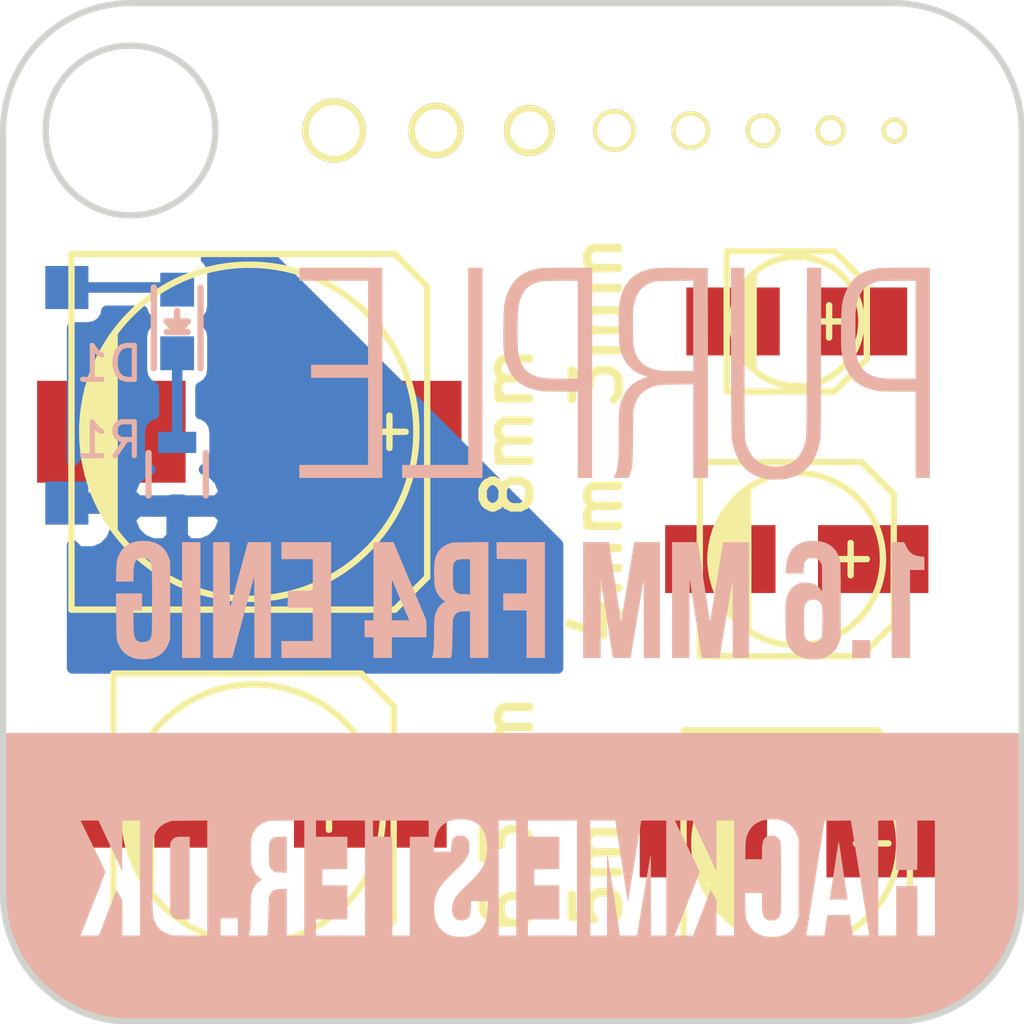
<source format=kicad_pcb>
(kicad_pcb (version 4) (host pcbnew "(2016-05-05 BZR 6775)-product")

  (general
    (links 3)
    (no_connects 0)
    (area 84.439267 87.8041 114.75121 112.6549)
    (thickness 1.6)
    (drawings 18)
    (tracks 5)
    (zones 0)
    (modules 18)
    (nets 4)
  )

  (page A4)
  (layers
    (0 F.Cu signal)
    (31 B.Cu signal)
    (32 B.Adhes user)
    (33 F.Adhes user)
    (34 B.Paste user)
    (35 F.Paste user)
    (36 B.SilkS user)
    (37 F.SilkS user)
    (38 B.Mask user)
    (39 F.Mask user)
    (40 Dwgs.User user hide)
    (41 Cmts.User user)
    (42 Eco1.User user)
    (43 Eco2.User user)
    (44 Edge.Cuts user)
    (45 Margin user)
    (46 B.CrtYd user)
    (47 F.CrtYd user)
    (48 B.Fab user)
    (49 F.Fab user)
  )

  (setup
    (last_trace_width 0.25)
    (user_trace_width 0.1524)
    (user_trace_width 0.1778)
    (user_trace_width 0.2032)
    (user_trace_width 0.254)
    (user_trace_width 0.508)
    (user_trace_width 0.762)
    (user_trace_width 0.9906)
    (user_trace_width 1.4986)
    (trace_clearance 0.1524)
    (zone_clearance 0.3)
    (zone_45_only no)
    (trace_min 0.1524)
    (segment_width 0.2)
    (edge_width 0.15)
    (via_size 0.6)
    (via_drill 0.4)
    (via_min_size 0.4)
    (via_min_drill 0.3)
    (uvia_size 0.3)
    (uvia_drill 0.1)
    (uvias_allowed no)
    (uvia_min_size 0.2)
    (uvia_min_drill 0.1)
    (pcb_text_width 0.3)
    (pcb_text_size 1.5 1.5)
    (mod_edge_width 0.15)
    (mod_text_size 1 1)
    (mod_text_width 0.15)
    (pad_size 0.6 0.6)
    (pad_drill 0.4)
    (pad_to_mask_clearance 0.2)
    (aux_axis_origin 0 0)
    (visible_elements FFFFFF7F)
    (pcbplotparams
      (layerselection 0x010f0_ffffffff)
      (usegerberextensions true)
      (excludeedgelayer true)
      (linewidth 0.100000)
      (plotframeref false)
      (viasonmask false)
      (mode 1)
      (useauxorigin false)
      (hpglpennumber 1)
      (hpglpenspeed 20)
      (hpglpendiameter 15)
      (psnegative false)
      (psa4output false)
      (plotreference true)
      (plotvalue true)
      (plotinvisibletext false)
      (padsonsilk false)
      (subtractmaskfromsilk false)
      (outputformat 1)
      (mirror false)
      (drillshape 0)
      (scaleselection 1)
      (outputdirectory "/Users/tf/ownCloud/hackmeister.dk/Projects/PCB Samples/Gerber/Purple 1.6mm ENIG/"))
  )

  (net 0 "")
  (net 1 VCC)
  (net 2 "Net-(D1-Pad1)")
  (net 3 GND)

  (net_class Default "This is the default net class."
    (clearance 0.1524)
    (trace_width 0.25)
    (via_dia 0.6)
    (via_drill 0.4)
    (uvia_dia 0.3)
    (uvia_drill 0.1)
    (add_net GND)
    (add_net "Net-(D1-Pad1)")
    (add_net VCC)
  )

  (module Connectors:PTH_Proto_pad (layer F.Cu) (tedit 57AE2A97) (tstamp 57B91ABD)
    (at 109 91)
    (fp_text reference REF** (at 0 2.286) (layer F.SilkS) hide
      (effects (font (size 1 1) (thickness 0.15)))
    )
    (fp_text value PTH_Proto_pad (at 0 -2.286) (layer F.Fab) hide
      (effects (font (size 1 1) (thickness 0.15)))
    )
    (pad 1 thru_hole circle (at 0 0) (size 0.6 0.6) (drill 0.4) (layers *.Cu *.Mask F.SilkS))
  )

  (module Connectors:PTH_Proto_pad (layer F.Cu) (tedit 57AE2A8C) (tstamp 57B91AB9)
    (at 107.5 91)
    (fp_text reference REF** (at 0 2.286) (layer F.SilkS) hide
      (effects (font (size 1 1) (thickness 0.15)))
    )
    (fp_text value PTH_Proto_pad (at 0 -2.286) (layer F.Fab) hide
      (effects (font (size 1 1) (thickness 0.15)))
    )
    (pad 1 thru_hole circle (at 0 0) (size 0.7 0.7) (drill 0.5) (layers *.Cu *.Mask F.SilkS))
  )

  (module Connectors:PTH_Proto_pad (layer F.Cu) (tedit 57AE2A6D) (tstamp 57B91AB5)
    (at 105.9 91)
    (fp_text reference REF** (at 0 2.286) (layer F.SilkS) hide
      (effects (font (size 1 1) (thickness 0.15)))
    )
    (fp_text value PTH_Proto_pad (at 0 -2.286) (layer F.Fab) hide
      (effects (font (size 1 1) (thickness 0.15)))
    )
    (pad 1 thru_hole circle (at 0 0) (size 0.8 0.8) (drill 0.6) (layers *.Cu *.Mask F.SilkS))
  )

  (module Connectors:PTH_Proto_pad (layer F.Cu) (tedit 57AE2A5F) (tstamp 57B91AB1)
    (at 104.2 91)
    (fp_text reference REF** (at 0 2.286) (layer F.SilkS) hide
      (effects (font (size 1 1) (thickness 0.15)))
    )
    (fp_text value PTH_Proto_pad (at 0 -2.286) (layer F.Fab) hide
      (effects (font (size 1 1) (thickness 0.15)))
    )
    (pad 1 thru_hole circle (at 0 0) (size 0.9 0.9) (drill 0.7) (layers *.Cu *.Mask F.SilkS))
  )

  (module Connectors:PTH_Proto_pad (layer F.Cu) (tedit 57AE2A53) (tstamp 57B91AAD)
    (at 102.4 91)
    (fp_text reference REF** (at 0 2.286) (layer F.SilkS) hide
      (effects (font (size 1 1) (thickness 0.15)))
    )
    (fp_text value PTH_Proto_pad (at 0 -2.286) (layer F.Fab) hide
      (effects (font (size 1 1) (thickness 0.15)))
    )
    (pad 1 thru_hole circle (at 0 0) (size 1 1) (drill 0.8) (layers *.Cu *.Mask F.SilkS))
  )

  (module Connectors:PTH_Proto_pad (layer F.Cu) (tedit 57AE2A42) (tstamp 57B91AA9)
    (at 100.4 91)
    (fp_text reference REF** (at 0 2.286) (layer F.SilkS) hide
      (effects (font (size 1 1) (thickness 0.15)))
    )
    (fp_text value PTH_Proto_pad (at 0 -2.286) (layer F.Fab) hide
      (effects (font (size 1 1) (thickness 0.15)))
    )
    (pad 1 thru_hole circle (at 0 0) (size 1.2 1.2) (drill 0.9) (layers *.Cu *.Mask F.SilkS))
  )

  (module Connectors:PTH_Proto_pad (layer F.Cu) (tedit 57AE2A24) (tstamp 57B91AA5)
    (at 98.2 91)
    (fp_text reference REF** (at 0 2.286) (layer F.SilkS) hide
      (effects (font (size 1 1) (thickness 0.15)))
    )
    (fp_text value PTH_Proto_pad (at 0 -2.286) (layer F.Fab) hide
      (effects (font (size 1 1) (thickness 0.15)))
    )
    (pad 1 thru_hole circle (at 0 0) (size 1.3 1.3) (drill 1) (layers *.Cu *.Mask F.SilkS))
  )

  (module Connectors:Small_SMD_Proto_Pad (layer B.Cu) (tedit 57ADB3CE) (tstamp 57B74579)
    (at 89.5 94.7)
    (path /57AE2A64)
    (fp_text reference P1 (at 0 -1.905) (layer B.SilkS) hide
      (effects (font (size 1 1) (thickness 0.15)) (justify mirror))
    )
    (fp_text value CONN_01X01 (at 0 1.905) (layer B.Fab) hide
      (effects (font (size 1 1) (thickness 0.15)) (justify mirror))
    )
    (pad 1 smd rect (at 0 0) (size 1.016 1.016) (layers B.Cu B.Paste B.Mask)
      (net 1 VCC))
  )

  (module Connectors:Small_SMD_Proto_Pad (layer B.Cu) (tedit 57ADB3CE) (tstamp 57B74583)
    (at 89.5 99.78)
    (path /57AE2ABA)
    (fp_text reference P3 (at 0 -1.905) (layer B.SilkS) hide
      (effects (font (size 1 1) (thickness 0.15)) (justify mirror))
    )
    (fp_text value CONN_01X01 (at 0 1.905) (layer B.Fab) hide
      (effects (font (size 1 1) (thickness 0.15)) (justify mirror))
    )
    (pad 1 smd rect (at 0 0) (size 1.016 1.016) (layers B.Cu B.Paste B.Mask)
      (net 3 GND))
  )

  (module Connectors:PTH_Proto_pad (layer F.Cu) (tedit 57AE2A00) (tstamp 57B91A94)
    (at 95.8 91)
    (fp_text reference REF** (at 0 2.286) (layer F.SilkS) hide
      (effects (font (size 1 1) (thickness 0.15)))
    )
    (fp_text value PTH_Proto_pad (at 0 -2.286) (layer F.Fab) hide
      (effects (font (size 1 1) (thickness 0.15)))
    )
    (pad 1 thru_hole circle (at 0 0) (size 1.5 1.5) (drill 1.2) (layers *.Cu *.Mask F.SilkS))
  )

  (module LEDs:LED_0603 (layer B.Cu) (tedit 57AE3A3D) (tstamp 57AE391C)
    (at 92.1 95.5 90)
    (descr "LED 0603 smd package")
    (tags "LED led 0603 SMD smd SMT smt smdled SMDLED smtled SMTLED")
    (path /57AE24CF)
    (attr smd)
    (fp_text reference D1 (at -1 -1.6 180) (layer B.SilkS)
      (effects (font (size 0.8 0.8) (thickness 0.12)) (justify mirror))
    )
    (fp_text value LED (at 0 -1.5 90) (layer B.Fab) hide
      (effects (font (size 1 1) (thickness 0.15)) (justify mirror))
    )
    (fp_line (start -1.1 -0.55) (end 0.8 -0.55) (layer B.SilkS) (width 0.15))
    (fp_line (start -1.1 0.55) (end 0.8 0.55) (layer B.SilkS) (width 0.15))
    (fp_line (start -0.2 0) (end 0.25 0) (layer B.SilkS) (width 0.15))
    (fp_line (start -0.25 0.25) (end -0.25 -0.25) (layer B.SilkS) (width 0.15))
    (fp_line (start -0.25 0) (end 0 0.25) (layer B.SilkS) (width 0.15))
    (fp_line (start 0 0.25) (end 0 -0.25) (layer B.SilkS) (width 0.15))
    (fp_line (start 0 -0.25) (end -0.25 0) (layer B.SilkS) (width 0.15))
    (fp_line (start 1.4 0.75) (end 1.4 -0.75) (layer B.CrtYd) (width 0.05))
    (fp_line (start 1.4 -0.75) (end -1.4 -0.75) (layer B.CrtYd) (width 0.05))
    (fp_line (start -1.4 -0.75) (end -1.4 0.75) (layer B.CrtYd) (width 0.05))
    (fp_line (start -1.4 0.75) (end 1.4 0.75) (layer B.CrtYd) (width 0.05))
    (pad 2 smd rect (at 0.7493 0 270) (size 0.79756 0.79756) (layers B.Cu B.Paste B.Mask)
      (net 1 VCC))
    (pad 1 smd rect (at -0.7493 0 270) (size 0.79756 0.79756) (layers B.Cu B.Paste B.Mask)
      (net 2 "Net-(D1-Pad1)"))
    (model LEDs.3dshapes/LED_0603.wrl
      (at (xyz 0 0 0))
      (scale (xyz 1 1 1))
      (rotate (xyz 0 0 180))
    )
  )

  (module Resistors_SMD:R_0603 (layer B.Cu) (tedit 57AE3A4A) (tstamp 57AE3921)
    (at 92.1 99.1 270)
    (descr "Resistor SMD 0603, reflow soldering, Vishay (see dcrcw.pdf)")
    (tags "resistor 0603")
    (path /57AE25F7)
    (attr smd)
    (fp_text reference R1 (at -0.8 1.6) (layer B.SilkS)
      (effects (font (size 0.8 0.8) (thickness 0.12)) (justify mirror))
    )
    (fp_text value R (at 0 -1.9 270) (layer B.Fab) hide
      (effects (font (size 1 1) (thickness 0.15)) (justify mirror))
    )
    (fp_line (start -1.3 0.8) (end 1.3 0.8) (layer B.CrtYd) (width 0.05))
    (fp_line (start -1.3 -0.8) (end 1.3 -0.8) (layer B.CrtYd) (width 0.05))
    (fp_line (start -1.3 0.8) (end -1.3 -0.8) (layer B.CrtYd) (width 0.05))
    (fp_line (start 1.3 0.8) (end 1.3 -0.8) (layer B.CrtYd) (width 0.05))
    (fp_line (start 0.5 -0.675) (end -0.5 -0.675) (layer B.SilkS) (width 0.15))
    (fp_line (start -0.5 0.675) (end 0.5 0.675) (layer B.SilkS) (width 0.15))
    (pad 1 smd rect (at -0.75 0 270) (size 0.5 0.9) (layers B.Cu B.Paste B.Mask)
      (net 2 "Net-(D1-Pad1)"))
    (pad 2 smd rect (at 0.75 0 270) (size 0.5 0.9) (layers B.Cu B.Paste B.Mask)
      (net 3 GND))
    (model Resistors_SMD.3dshapes/R_0603.wrl
      (at (xyz 0 0 0))
      (scale (xyz 1 1 1))
      (rotate (xyz 0 0 0))
    )
  )

  (module Aesthetics:Sample-Purple-1.6mm-fr4-enig (layer B.Cu) (tedit 0) (tstamp 57B206CD)
    (at 100 102.6 180)
    (fp_text reference G*** (at 0 0 180) (layer B.SilkS) hide
      (effects (font (thickness 0.3)) (justify mirror))
    )
    (fp_text value LOGO (at 0.75 0 180) (layer B.SilkS) hide
      (effects (font (thickness 0.3)) (justify mirror))
    )
    (fp_poly (pts (xy 11.998814 -4.654021) (xy 11.995513 -6.704542) (xy 11.97155 -6.851722) (xy 11.919813 -7.107122)
      (xy 11.849344 -7.353246) (xy 11.760306 -7.589667) (xy 11.652866 -7.815957) (xy 11.52719 -8.03169)
      (xy 11.495318 -8.080375) (xy 11.406374 -8.207559) (xy 11.316975 -8.322725) (xy 11.221581 -8.432501)
      (xy 11.114655 -8.543515) (xy 11.079471 -8.57808) (xy 10.893922 -8.744788) (xy 10.699112 -8.893142)
      (xy 10.49433 -9.023501) (xy 10.278868 -9.136223) (xy 10.052017 -9.231665) (xy 9.813068 -9.310185)
      (xy 9.561311 -9.372142) (xy 9.471059 -9.389794) (xy 9.339791 -9.413844) (xy 0.037041 -9.415441)
      (xy -0.505386 -9.41553) (xy -1.027039 -9.415608) (xy -1.528311 -9.415674) (xy -2.009595 -9.415727)
      (xy -2.471284 -9.415768) (xy -2.913772 -9.415794) (xy -3.33745 -9.415807) (xy -3.742712 -9.415804)
      (xy -4.12995 -9.415787) (xy -4.499559 -9.415753) (xy -4.85193 -9.415704) (xy -5.187456 -9.415637)
      (xy -5.506531 -9.415553) (xy -5.809547 -9.41545) (xy -6.096897 -9.415329) (xy -6.368974 -9.415189)
      (xy -6.626172 -9.41503) (xy -6.868882 -9.41485) (xy -7.097499 -9.414649) (xy -7.312414 -9.414427)
      (xy -7.514021 -9.414183) (xy -7.702713 -9.413916) (xy -7.878883 -9.413627) (xy -8.042923 -9.413314)
      (xy -8.195226 -9.412977) (xy -8.336186 -9.412616) (xy -8.466195 -9.412229) (xy -8.585647 -9.411816)
      (xy -8.694933 -9.411378) (xy -8.794448 -9.410912) (xy -8.884584 -9.410419) (xy -8.965733 -9.409898)
      (xy -9.038289 -9.409349) (xy -9.102646 -9.40877) (xy -9.159195 -9.408162) (xy -9.208329 -9.407524)
      (xy -9.250442 -9.406855) (xy -9.285926 -9.406155) (xy -9.315175 -9.405424) (xy -9.338581 -9.40466)
      (xy -9.356538 -9.403863) (xy -9.369437 -9.403032) (xy -9.376834 -9.402285) (xy -9.612579 -9.362104)
      (xy -9.838923 -9.304953) (xy -10.059714 -9.22964) (xy -10.2788 -9.134971) (xy -10.345256 -9.102373)
      (xy -10.566048 -8.979516) (xy -10.773866 -8.840306) (xy -10.968019 -8.685628) (xy -11.14782 -8.516366)
      (xy -11.312579 -8.333403) (xy -11.461607 -8.137623) (xy -11.594216 -7.929911) (xy -11.709717 -7.711149)
      (xy -11.80742 -7.482222) (xy -11.886637 -7.244014) (xy -11.931982 -7.06662) (xy -11.9394 -7.034022)
      (xy -11.946215 -7.004499) (xy -11.952455 -6.977086) (xy -11.958147 -6.950824) (xy -11.963316 -6.924751)
      (xy -11.967991 -6.897904) (xy -11.972196 -6.869322) (xy -11.97596 -6.838044) (xy -11.979309 -6.803108)
      (xy -11.982269 -6.763552) (xy -11.984868 -6.718414) (xy -11.987131 -6.666734) (xy -11.989086 -6.607548)
      (xy -11.99076 -6.539896) (xy -11.992178 -6.462816) (xy -11.993369 -6.375347) (xy -11.994358 -6.276526)
      (xy -11.995172 -6.165392) (xy -11.995837 -6.040983) (xy -11.996382 -5.902338) (xy -11.996832 -5.748496)
      (xy -11.997213 -5.578493) (xy -11.997554 -5.391369) (xy -11.997879 -5.186163) (xy -11.998217 -4.961912)
      (xy -11.998594 -4.717654) (xy -11.998679 -4.664604) (xy -11.998691 -4.656667) (xy -9.958917 -4.656667)
      (xy -9.958917 -7.376584) (xy -9.535584 -7.376584) (xy -9.535584 -6.212417) (xy -9.04875 -6.212417)
      (xy -9.04875 -7.376584) (xy -8.614834 -7.376584) (xy -8.614834 -7.370588) (xy -8.41375 -7.370588)
      (xy -8.403715 -7.372469) (xy -8.375794 -7.37383) (xy -8.33326 -7.37461) (xy -8.279389 -7.374752)
      (xy -8.217455 -7.374195) (xy -8.215771 -7.374171) (xy -8.017791 -7.371292) (xy -7.999714 -7.249584)
      (xy -7.989962 -7.184092) (xy -7.978904 -7.110087) (xy -7.968299 -7.039331) (xy -7.963684 -7.00863)
      (xy -7.945731 -6.889386) (xy -7.685035 -6.892214) (xy -7.42434 -6.895042) (xy -7.401213 -7.0485)
      (xy -7.391642 -7.112365) (xy -7.381971 -7.177508) (xy -7.373238 -7.236898) (xy -7.366481 -7.283508)
      (xy -7.365658 -7.289271) (xy -7.353231 -7.376584) (xy -7.137366 -7.376584) (xy -7.064413 -7.376459)
      (xy -7.009959 -7.375934) (xy -6.971338 -7.374778) (xy -6.945884 -7.372762) (xy -6.93093 -7.369658)
      (xy -6.923809 -7.365236) (xy -6.921855 -7.359266) (xy -6.921845 -7.358063) (xy -6.923533 -7.345496)
      (xy -6.928376 -7.313288) (xy -6.936176 -7.2627) (xy -6.946733 -7.194989) (xy -6.959849 -7.111414)
      (xy -6.975324 -7.013235) (xy -6.99296 -6.901709) (xy -7.012556 -6.778097) (xy -7.033915 -6.643657)
      (xy -7.056836 -6.499647) (xy -7.081121 -6.347327) (xy -7.106571 -6.187955) (xy -7.132987 -6.022791)
      (xy -7.136515 -6.00075) (xy -7.279681 -5.106459) (xy -6.746875 -5.106459) (xy -6.746875 -6.926792)
      (xy -6.717885 -7.012288) (xy -6.673393 -7.1171) (xy -6.616353 -7.205089) (xy -6.54602 -7.276901)
      (xy -6.461648 -7.333184) (xy -6.36249 -7.374587) (xy -6.275121 -7.396827) (xy -6.224164 -7.403283)
      (xy -6.159867 -7.406326) (xy -6.089764 -7.406056) (xy -6.021387 -7.402573) (xy -5.962271 -7.395976)
      (xy -5.942542 -7.392412) (xy -5.838681 -7.36096) (xy -5.745766 -7.313192) (xy -5.6657 -7.250522)
      (xy -5.600389 -7.174367) (xy -5.562619 -7.110042) (xy -5.541848 -7.066116) (xy -5.52537 -7.026715)
      (xy -5.512636 -6.988486) (xy -5.503099 -6.948072) (xy -5.496212 -6.902116) (xy -5.491427 -6.847263)
      (xy -5.488196 -6.780157) (xy -5.485972 -6.697441) (xy -5.484797 -6.633104) (xy -5.480325 -6.360584)
      (xy -5.884334 -6.360584) (xy -5.884543 -6.553729) (xy -5.885594 -6.657013) (xy -5.888872 -6.741541)
      (xy -5.894939 -6.809657) (xy -5.904355 -6.863706) (xy -5.917679 -6.906034) (xy -5.935472 -6.938984)
      (xy -5.958294 -6.964901) (xy -5.986705 -6.98613) (xy -5.988055 -6.98697) (xy -6.014592 -7.000494)
      (xy -6.043987 -7.007972) (xy -6.083674 -7.010922) (xy -6.106606 -7.011177) (xy -6.177296 -7.004394)
      (xy -6.232802 -6.983338) (xy -6.274471 -6.946959) (xy -6.303646 -6.894206) (xy -6.317456 -6.846509)
      (xy -6.320005 -6.823326) (xy -6.322234 -6.779105) (xy -6.324142 -6.713971) (xy -6.325728 -6.628052)
      (xy -6.32699 -6.521473) (xy -6.327926 -6.394361) (xy -6.328535 -6.246842) (xy -6.328814 -6.079041)
      (xy -6.328834 -6.016625) (xy -6.328668 -5.841874) (xy -6.328173 -5.687361) (xy -6.327349 -5.553211)
      (xy -6.326199 -5.439552) (xy -6.324724 -5.346508) (xy -6.322927 -5.274207) (xy -6.320808 -5.222775)
      (xy -6.318369 -5.192338) (xy -6.317456 -5.186741) (xy -6.305782 -5.147368) (xy -6.289724 -5.11044)
      (xy -6.282975 -5.098908) (xy -6.244594 -5.058883) (xy -6.194542 -5.032112) (xy -6.137498 -5.018611)
      (xy -6.078146 -5.018395) (xy -6.021166 -5.031481) (xy -5.97124 -5.057885) (xy -5.933049 -5.097622)
      (xy -5.932987 -5.097715) (xy -5.91528 -5.132963) (xy -5.901915 -5.179799) (xy -5.892566 -5.24046)
      (xy -5.886911 -5.317187) (xy -5.884623 -5.412218) (xy -5.884543 -5.431896) (xy -5.884334 -5.577417)
      (xy -5.480062 -5.577417) (xy -5.484842 -5.352521) (xy -5.48726 -5.263081) (xy -5.490765 -5.19087)
      (xy -5.496072 -5.131952) (xy -5.503892 -5.082392) (xy -5.514938 -5.038256) (xy -5.529924 -4.995607)
      (xy -5.549561 -4.950512) (xy -5.562619 -4.923208) (xy -5.616396 -4.836083) (xy -5.685232 -4.763502)
      (xy -5.768496 -4.705802) (xy -5.865554 -4.663321) (xy -5.892795 -4.656667) (xy -5.228167 -4.656667)
      (xy -5.228167 -7.376584) (xy -4.804834 -7.376584) (xy -4.804834 -6.550555) (xy -4.766501 -6.47409)
      (xy -4.744025 -6.430233) (xy -4.721026 -6.386928) (xy -4.702258 -6.353112) (xy -4.701286 -6.351435)
      (xy -4.685215 -6.324691) (xy -4.675739 -6.314139) (xy -4.668877 -6.317636) (xy -4.662022 -6.330268)
      (xy -4.655927 -6.344806) (xy -4.643069 -6.377163) (xy -4.624209 -6.425373) (xy -4.600107 -6.487471)
      (xy -4.571523 -6.561491) (xy -4.539218 -6.645467) (xy -4.503952 -6.737433) (xy -4.466485 -6.835425)
      (xy -4.454839 -6.865938) (xy -4.260038 -7.376584) (xy -4.040311 -7.376584) (xy -3.9747 -7.376385)
      (xy -3.916903 -7.375829) (xy -3.870029 -7.374978) (xy -3.837187 -7.373894) (xy -3.821487 -7.372636)
      (xy -3.820584 -7.372243) (xy -3.824372 -7.361943) (xy -3.835335 -7.33349) (xy -3.852872 -7.288415)
      (xy -3.876382 -7.228252) (xy -3.905264 -7.154534) (xy -3.938917 -7.068792) (xy -3.976739 -6.97256)
      (xy -4.01813 -6.867371) (xy -4.062488 -6.754756) (xy -4.109212 -6.63625) (xy -4.112166 -6.628763)
      (xy -4.159102 -6.509611) (xy -4.203727 -6.395993) (xy -4.245434 -6.289471) (xy -4.283618 -6.19161)
      (xy -4.317672 -6.103973) (xy -4.34699 -6.028125) (xy -4.370967 -5.965629) (xy -4.388995 -5.918049)
      (xy -4.40047 -5.886949) (xy -4.404784 -5.873891) (xy -4.4048 -5.87375) (xy -4.400437 -5.861685)
      (xy -4.387493 -5.8323) (xy -4.36676 -5.787253) (xy -4.339027 -5.728205) (xy -4.305083 -5.656814)
      (xy -4.265719 -5.574741) (xy -4.221724 -5.483644) (xy -4.173889 -5.385183) (xy -4.123001 -5.281017)
      (xy -4.113219 -5.261056) (xy -4.061919 -5.156374) (xy -4.013482 -5.057418) (xy -3.968694 -4.965806)
      (xy -3.928345 -4.883156) (xy -3.893223 -4.811087) (xy -3.864117 -4.751216) (xy -3.841814 -4.705162)
      (xy -3.827104 -4.674543) (xy -3.820775 -4.660978) (xy -3.820584 -4.660452) (xy -3.830642 -4.65931)
      (xy -3.858719 -4.65831) (xy -3.901664 -4.657507) (xy -3.95633 -4.656956) (xy -4.019568 -4.656712)
      (xy -4.034896 -4.656705) (xy -4.249209 -4.656743) (xy -4.524375 -5.240996) (xy -4.799542 -5.825249)
      (xy -4.802278 -5.240958) (xy -4.805013 -4.656667) (xy -3.630084 -4.656667) (xy -3.630084 -7.376584)
      (xy -3.259667 -7.376584) (xy -3.259667 -6.438195) (xy -3.259611 -6.299416) (xy -3.259447 -6.166944)
      (xy -3.259185 -6.042273) (xy -3.258831 -5.926897) (xy -3.258395 -5.82231) (xy -3.257884 -5.730005)
      (xy -3.257308 -5.651476) (xy -3.256673 -5.588218) (xy -3.255988 -5.541723) (xy -3.255262 -5.513486)
      (xy -3.254543 -5.50493) (xy -3.252284 -5.515649) (xy -3.246871 -5.545439) (xy -3.238607 -5.592488)
      (xy -3.227795 -5.654985) (xy -3.214739 -5.73112) (xy -3.199743 -5.819079) (xy -3.18311 -5.917053)
      (xy -3.165145 -6.02323) (xy -3.146149 -6.135798) (xy -3.126428 -6.252947) (xy -3.106286 -6.372864)
      (xy -3.086024 -6.493738) (xy -3.065948 -6.613759) (xy -3.046361 -6.731114) (xy -3.027566 -6.843993)
      (xy -3.009867 -6.950584) (xy -2.993568 -7.049076) (xy -2.978972 -7.137657) (xy -2.966383 -7.214516)
      (xy -2.956106 -7.277842) (xy -2.948442 -7.325823) (xy -2.943696 -7.356648) (xy -2.942167 -7.368381)
      (xy -2.93212 -7.370907) (xy -2.904118 -7.373117) (xy -2.861376 -7.374885) (xy -2.807104 -7.37608)
      (xy -2.744515 -7.376577) (xy -2.736272 -7.376584) (xy -2.530376 -7.376584) (xy -2.52438 -7.342188)
      (xy -2.521918 -7.326727) (xy -2.516526 -7.291917) (xy -2.508444 -7.239337) (xy -2.497914 -7.170567)
      (xy -2.485177 -7.087184) (xy -2.470473 -6.990767) (xy -2.454043 -6.882896) (xy -2.436128 -6.76515)
      (xy -2.416968 -6.639107) (xy -2.396806 -6.506346) (xy -2.380336 -6.397817) (xy -2.35964 -6.261686)
      (xy -2.339781 -6.131618) (xy -2.320994 -6.009125) (xy -2.303515 -5.895721) (xy -2.28758 -5.792918)
      (xy -2.273426 -5.702228) (xy -2.261287 -5.625165) (xy -2.2514 -5.563241) (xy -2.244002 -5.517969)
      (xy -2.239327 -5.490861) (xy -2.237686 -5.483241) (xy -2.237009 -5.492887) (xy -2.236361 -5.522213)
      (xy -2.235752 -5.569732) (xy -2.235186 -5.633957) (xy -2.234673 -5.713403) (xy -2.234218 -5.806582)
      (xy -2.23383 -5.912008) (xy -2.233515 -6.028194) (xy -2.233281 -6.153653) (xy -2.233135 -6.286899)
      (xy -2.233084 -6.426445) (xy -2.233084 -7.376584) (xy -1.830917 -7.376584) (xy -1.830917 -4.656667)
      (xy -1.524 -4.656667) (xy -1.524 -7.376584) (xy -0.359834 -7.376584) (xy -0.359834 -6.985)
      (xy -1.100667 -6.985) (xy -1.100667 -6.19125) (xy -0.507523 -6.19125) (xy -0.510408 -5.998104)
      (xy -0.513292 -5.804959) (xy -0.80698 -5.802145) (xy -1.100667 -5.799332) (xy -1.100667 -5.04825)
      (xy -0.359834 -5.04825) (xy -0.359834 -4.656667) (xy -0.09525 -4.656667) (xy -0.09525 -7.376584)
      (xy 0.328083 -7.376584) (xy 0.328083 -6.556375) (xy 0.576791 -6.556375) (xy 0.579046 -6.715125)
      (xy 0.587322 -6.853269) (xy 0.608261 -6.974757) (xy 0.642278 -7.080196) (xy 0.689789 -7.170193)
      (xy 0.75121 -7.245356) (xy 0.826955 -7.306292) (xy 0.91744 -7.353608) (xy 1.023081 -7.387911)
      (xy 1.042458 -7.392466) (xy 1.102379 -7.401574) (xy 1.175003 -7.406156) (xy 1.252353 -7.406214)
      (xy 1.326455 -7.401751) (xy 1.389336 -7.392769) (xy 1.391404 -7.392337) (xy 1.439248 -7.377901)
      (xy 7.186083 -7.377901) (xy 7.60677 -7.374306) (xy 8.027458 -7.37071) (xy 8.112125 -7.341829)
      (xy 8.209835 -7.299093) (xy 8.292371 -7.242409) (xy 8.360284 -7.171121) (xy 8.414124 -7.08457)
      (xy 8.454442 -6.982098) (xy 8.472754 -6.910917) (xy 8.475758 -6.885911) (xy 8.478454 -6.841803)
      (xy 8.480843 -6.780656) (xy 8.482924 -6.704533) (xy 8.484697 -6.615496) (xy 8.486162 -6.515607)
      (xy 8.48732 -6.40693) (xy 8.48817 -6.291527) (xy 8.488712 -6.171461) (xy 8.488946 -6.048794)
      (xy 8.488872 -5.925589) (xy 8.488491 -5.803909) (xy 8.487802 -5.685816) (xy 8.486805 -5.573372)
      (xy 8.4855 -5.468642) (xy 8.483887 -5.373686) (xy 8.481967 -5.290568) (xy 8.479739 -5.221351)
      (xy 8.477203 -5.168097) (xy 8.474359 -5.132869) (xy 8.472754 -5.122334) (xy 8.445313 -5.022146)
      (xy 8.408411 -4.937104) (xy 8.362424 -4.865648) (xy 8.296123 -4.794326) (xy 8.216529 -4.737823)
      (xy 8.12162 -4.694735) (xy 8.112125 -4.691422) (xy 8.027458 -4.66254) (xy 7.60677 -4.658945)
      (xy 7.340273 -4.656667) (xy 8.773583 -4.656667) (xy 8.773583 -7.376584) (xy 9.196916 -7.376584)
      (xy 9.196916 -6.550555) (xy 9.235249 -6.47409) (xy 9.257725 -6.430233) (xy 9.280724 -6.386928)
      (xy 9.299492 -6.353112) (xy 9.300464 -6.351435) (xy 9.316535 -6.324691) (xy 9.326011 -6.314139)
      (xy 9.332873 -6.317636) (xy 9.339728 -6.330268) (xy 9.345823 -6.344806) (xy 9.358681 -6.377163)
      (xy 9.377541 -6.425373) (xy 9.401643 -6.487471) (xy 9.430227 -6.561491) (xy 9.462532 -6.645467)
      (xy 9.497798 -6.737433) (xy 9.535265 -6.835425) (xy 9.546911 -6.865938) (xy 9.741712 -7.376584)
      (xy 9.961439 -7.376584) (xy 10.02705 -7.376385) (xy 10.084847 -7.375829) (xy 10.131721 -7.374978)
      (xy 10.164563 -7.373894) (xy 10.180263 -7.372636) (xy 10.181166 -7.372243) (xy 10.177378 -7.361943)
      (xy 10.166415 -7.33349) (xy 10.148878 -7.288415) (xy 10.125368 -7.228252) (xy 10.096486 -7.154534)
      (xy 10.062833 -7.068792) (xy 10.025011 -6.97256) (xy 9.98362 -6.867371) (xy 9.939262 -6.754756)
      (xy 9.892538 -6.63625) (xy 9.889584 -6.628763) (xy 9.842648 -6.509611) (xy 9.798023 -6.395993)
      (xy 9.756316 -6.289471) (xy 9.718132 -6.19161) (xy 9.684078 -6.103973) (xy 9.65476 -6.028125)
      (xy 9.630783 -5.965629) (xy 9.612755 -5.918049) (xy 9.60128 -5.886949) (xy 9.596966 -5.873891)
      (xy 9.59695 -5.87375) (xy 9.601313 -5.861685) (xy 9.614257 -5.8323) (xy 9.63499 -5.787253)
      (xy 9.662723 -5.728205) (xy 9.696667 -5.656814) (xy 9.736031 -5.574741) (xy 9.780026 -5.483644)
      (xy 9.827861 -5.385183) (xy 9.878749 -5.281017) (xy 9.888531 -5.261056) (xy 9.939831 -5.156374)
      (xy 9.988268 -5.057418) (xy 10.033056 -4.965806) (xy 10.073405 -4.883156) (xy 10.108527 -4.811087)
      (xy 10.137633 -4.751216) (xy 10.159936 -4.705162) (xy 10.174646 -4.674543) (xy 10.180975 -4.660978)
      (xy 10.181166 -4.660452) (xy 10.171108 -4.65931) (xy 10.143031 -4.65831) (xy 10.100086 -4.657507)
      (xy 10.04542 -4.656956) (xy 9.982182 -4.656712) (xy 9.966854 -4.656705) (xy 9.752541 -4.656743)
      (xy 9.477375 -5.240996) (xy 9.202208 -5.825249) (xy 9.199472 -5.240958) (xy 9.196737 -4.656667)
      (xy 8.773583 -4.656667) (xy 7.340273 -4.656667) (xy 7.186083 -4.655349) (xy 7.186083 -7.377901)
      (xy 1.439248 -7.377901) (xy 1.497383 -7.36036) (xy 1.5909 -7.312399) (xy 1.67073 -7.249362)
      (xy 1.735649 -7.17216) (xy 1.771631 -7.110042) (xy 1.801484 -7.042762) (xy 1.822771 -6.97844)
      (xy 1.836996 -6.910525) (xy 1.845666 -6.832467) (xy 1.849029 -6.773334) (xy 1.84954 -6.666007)
      (xy 1.840618 -6.57076) (xy 1.821131 -6.480201) (xy 1.789947 -6.386941) (xy 1.789833 -6.386644)
      (xy 1.77023 -6.339317) (xy 1.748296 -6.294307) (xy 1.722563 -6.249843) (xy 1.691563 -6.20415)
      (xy 1.653828 -6.155458) (xy 1.607889 -6.101991) (xy 1.55228 -6.041978) (xy 1.485532 -5.973646)
      (xy 1.406177 -5.895222) (xy 1.312747 -5.804932) (xy 1.290672 -5.783792) (xy 1.215576 -5.709031)
      (xy 1.155891 -5.642569) (xy 1.109217 -5.581265) (xy 1.073156 -5.521977) (xy 1.046076 -5.463493)
      (xy 1.034863 -5.431829) (xy 1.027621 -5.400249) (xy 1.023538 -5.362714) (xy 1.021803 -5.313186)
      (xy 1.02156 -5.281084) (xy 1.021856 -5.226849) (xy 1.023568 -5.188503) (xy 1.027512 -5.160777)
      (xy 1.034503 -5.1384) (xy 1.045356 -5.116103) (xy 1.04775 -5.11175) (xy 1.083759 -5.067515)
      (xy 1.132964 -5.036073) (xy 1.190842 -5.018641) (xy 1.252869 -5.016432) (xy 1.314521 -5.030662)
      (xy 1.328208 -5.036405) (xy 1.365805 -5.057158) (xy 1.393627 -5.082245) (xy 1.413295 -5.115182)
      (xy 1.42643 -5.159482) (xy 1.434653 -5.218662) (xy 1.438616 -5.275792) (xy 1.444625 -5.392209)
      (xy 1.852083 -5.397957) (xy 1.852083 -5.326014) (xy 1.846366 -5.214463) (xy 1.829964 -5.105909)
      (xy 1.803997 -5.005268) (xy 1.769586 -4.917455) (xy 1.750908 -4.882174) (xy 1.693273 -4.80436)
      (xy 1.619935 -4.739507) (xy 1.532504 -4.688399) (xy 1.445832 -4.656667) (xy 1.9685 -4.656667)
      (xy 1.9685 -5.04825) (xy 2.413 -5.04825) (xy 2.413 -7.376584) (xy 2.836333 -7.376584)
      (xy 2.836333 -5.048671) (xy 3.286125 -5.042959) (xy 3.289009 -4.849813) (xy 3.291894 -4.656667)
      (xy 3.471333 -4.656667) (xy 3.471333 -7.376584) (xy 4.6355 -7.376584) (xy 4.900083 -7.376584)
      (xy 5.323416 -7.376584) (xy 5.323416 -6.275917) (xy 5.426604 -6.275976) (xy 5.511488 -6.279584)
      (xy 5.57896 -6.291338) (xy 5.631726 -6.312798) (xy 5.672488 -6.34552) (xy 5.703951 -6.391063)
      (xy 5.728464 -6.449924) (xy 5.731135 -6.467732) (xy 5.733967 -6.504214) (xy 5.736853 -6.556878)
      (xy 5.739688 -6.623231) (xy 5.742366 -6.700783) (xy 5.744781 -6.787042) (xy 5.746828 -6.879516)
      (xy 5.746922 -6.884459) (xy 5.749676 -7.011034) (xy 5.752738 -7.116631) (xy 5.756116 -7.201434)
      (xy 5.759819 -7.265629) (xy 5.763856 -7.309402) (xy 5.767815 -7.331604) (xy 5.781074 -7.376584)
      (xy 6.220524 -7.376584) (xy 6.205005 -7.331604) (xy 6.19458 -7.288814) (xy 6.186035 -7.226182)
      (xy 6.179354 -7.143463) (xy 6.174523 -7.040411) (xy 6.172667 -6.963834) (xy 6.466416 -6.963834)
      (xy 6.466416 -7.376584) (xy 6.879166 -7.376584) (xy 6.879166 -6.963834) (xy 6.466416 -6.963834)
      (xy 6.172667 -6.963834) (xy 6.171526 -6.916779) (xy 6.170349 -6.772323) (xy 6.170333 -6.760796)
      (xy 6.169885 -6.663256) (xy 6.168648 -6.584186) (xy 6.166499 -6.520898) (xy 6.163315 -6.470706)
      (xy 6.158973 -6.430924) (xy 6.153818 -6.401062) (xy 6.123408 -6.296604) (xy 6.079567 -6.208451)
      (xy 6.022316 -6.13664) (xy 5.959007 -6.085796) (xy 5.905857 -6.05169) (xy 5.968591 -6.005507)
      (xy 6.034034 -5.946303) (xy 6.086221 -5.873932) (xy 6.126957 -5.785759) (xy 6.135009 -5.762625)
      (xy 6.144197 -5.733526) (xy 6.151223 -5.706839) (xy 6.156456 -5.67894) (xy 6.160263 -5.646204)
      (xy 6.163012 -5.605007) (xy 6.165071 -5.551723) (xy 6.166809 -5.482729) (xy 6.167681 -5.440767)
      (xy 6.168972 -5.338041) (xy 6.168119 -5.252921) (xy 6.164807 -5.181924) (xy 6.158722 -5.12157)
      (xy 6.149547 -5.068375) (xy 6.136969 -5.018858) (xy 6.126584 -4.986306) (xy 6.08565 -4.898256)
      (xy 6.027676 -4.822129) (xy 5.953807 -4.759014) (xy 5.865188 -4.710004) (xy 5.817243 -4.69164)
      (xy 5.730875 -4.662789) (xy 4.900083 -4.655143) (xy 4.900083 -7.376584) (xy 4.6355 -7.376584)
      (xy 4.6355 -6.985) (xy 3.894666 -6.985) (xy 3.894666 -6.19125) (xy 4.48781 -6.19125)
      (xy 4.484926 -5.998104) (xy 4.482041 -5.804959) (xy 4.188354 -5.802145) (xy 3.894666 -5.799332)
      (xy 3.894666 -5.04825) (xy 4.6355 -5.04825) (xy 4.6355 -4.656667) (xy 3.471333 -4.656667)
      (xy 3.291894 -4.656667) (xy 1.9685 -4.656667) (xy 1.445832 -4.656667) (xy 1.432592 -4.65182)
      (xy 1.321808 -4.630557) (xy 1.223327 -4.625101) (xy 1.098799 -4.632724) (xy 0.98885 -4.655295)
      (xy 0.892846 -4.693045) (xy 0.810153 -4.746205) (xy 0.757541 -4.795185) (xy 0.700644 -4.866504)
      (xy 0.656826 -4.944724) (xy 0.624834 -5.033147) (xy 0.603418 -5.135075) (xy 0.593007 -5.229233)
      (xy 0.589903 -5.36366) (xy 0.602489 -5.486932) (xy 0.631446 -5.602819) (xy 0.677452 -5.715089)
      (xy 0.682444 -5.725128) (xy 0.702947 -5.764038) (xy 0.724597 -5.800831) (xy 0.748981 -5.837317)
      (xy 0.777689 -5.875307) (xy 0.812307 -5.91661) (xy 0.854426 -5.963035) (xy 0.905632 -6.016392)
      (xy 0.967516 -6.078492) (xy 1.041665 -6.151143) (xy 1.129667 -6.236156) (xy 1.137999 -6.244167)
      (xy 1.219409 -6.325856) (xy 1.284287 -6.399341) (xy 1.334231 -6.467341) (xy 1.370842 -6.532573)
      (xy 1.395717 -6.597756) (xy 1.410457 -6.665605) (xy 1.415585 -6.71588) (xy 1.415348 -6.805138)
      (xy 1.402254 -6.877765) (xy 1.376008 -6.934162) (xy 1.33632 -6.974731) (xy 1.282895 -6.999871)
      (xy 1.215443 -7.009986) (xy 1.201208 -7.010243) (xy 1.140434 -7.006017) (xy 1.09362 -6.991945)
      (xy 1.055034 -6.965935) (xy 1.040517 -6.95161) (xy 1.02237 -6.928857) (xy 1.008872 -6.902701)
      (xy 0.999167 -6.86941) (xy 0.9924 -6.825254) (xy 0.987713 -6.766504) (xy 0.985017 -6.709834)
      (xy 0.978958 -6.556375) (xy 0.576791 -6.556375) (xy 0.328083 -6.556375) (xy 0.328083 -4.656667)
      (xy -0.09525 -4.656667) (xy -0.359834 -4.656667) (xy -1.524 -4.656667) (xy -1.830917 -4.656667)
      (xy -2.428875 -4.656673) (xy -2.571298 -5.598587) (xy -2.592291 -5.737015) (xy -2.612476 -5.869312)
      (xy -2.631621 -5.994004) (xy -2.649494 -6.109611) (xy -2.665861 -6.214657) (xy -2.68049 -6.307666)
      (xy -2.69315 -6.387159) (xy -2.703608 -6.451661) (xy -2.711631 -6.499694) (xy -2.716987 -6.52978)
      (xy -2.719444 -6.540444) (xy -2.719464 -6.540449) (xy -2.72197 -6.53024) (xy -2.727603 -6.500607)
      (xy -2.736115 -6.453026) (xy -2.747256 -6.388969) (xy -2.760777 -6.30991) (xy -2.776429 -6.217322)
      (xy -2.793963 -6.112679) (xy -2.813131 -5.997453) (xy -2.833683 -5.873118) (xy -2.855369 -5.741147)
      (xy -2.877942 -5.603014) (xy -2.878667 -5.598565) (xy -3.032125 -4.656731) (xy -3.331105 -4.656699)
      (xy -3.630084 -4.656667) (xy -4.805013 -4.656667) (xy -5.228167 -4.656667) (xy -5.892795 -4.656667)
      (xy -5.975776 -4.636398) (xy -6.098528 -4.62537) (xy -6.12037 -4.625101) (xy -6.246239 -4.633039)
      (xy -6.358673 -4.657316) (xy -6.457654 -4.69792) (xy -6.543164 -4.754839) (xy -6.615186 -4.828064)
      (xy -6.673704 -4.917581) (xy -6.717885 -5.020962) (xy -6.746875 -5.106459) (xy -7.279681 -5.106459)
      (xy -7.350841 -4.661959) (xy -7.978083 -4.656355) (xy -7.984281 -4.685615) (xy -7.986635 -4.699235)
      (xy -7.992049 -4.732068) (xy -8.00028 -4.782598) (xy -8.011087 -4.849312) (xy -8.024227 -4.930695)
      (xy -8.039458 -5.025233) (xy -8.056537 -5.131412) (xy -8.075223 -5.247717) (xy -8.095273 -5.372635)
      (xy -8.116446 -5.50465) (xy -8.138498 -5.642249) (xy -8.161188 -5.783917) (xy -8.184274 -5.928141)
      (xy -8.207512 -6.073405) (xy -8.230662 -6.218196) (xy -8.253481 -6.360999) (xy -8.275726 -6.500301)
      (xy -8.297155 -6.634586) (xy -8.317527 -6.76234) (xy -8.336599 -6.88205) (xy -8.354128 -6.992201)
      (xy -8.369873 -7.091278) (xy -8.383592 -7.177768) (xy -8.395041 -7.250156) (xy -8.40398 -7.306928)
      (xy -8.410165 -7.346569) (xy -8.413354 -7.367566) (xy -8.41375 -7.370588) (xy -8.614834 -7.370588)
      (xy -8.614834 -4.656667) (xy -9.04875 -4.656667) (xy -9.04875 -5.820834) (xy -9.535584 -5.820834)
      (xy -9.535584 -4.656667) (xy -9.958917 -4.656667) (xy -11.998691 -4.656667) (xy -12.002013 -2.6035)
      (xy 12.002114 -2.6035) (xy 11.998814 -4.654021)) (layer B.SilkS) (width 0.01))
    (fp_poly (pts (xy -6.960528 1.917801) (xy -6.847531 1.893719) (xy -6.748516 1.853749) (xy -6.663494 1.797902)
      (xy -6.592478 1.72619) (xy -6.535479 1.638625) (xy -6.492508 1.535218) (xy -6.463576 1.415982)
      (xy -6.448865 1.28393) (xy -6.442025 1.164166) (xy -6.855659 1.164166) (xy -6.859728 1.277937)
      (xy -6.862348 1.332227) (xy -6.866338 1.370959) (xy -6.872748 1.399737) (xy -6.88263 1.424169)
      (xy -6.8896 1.43721) (xy -6.920874 1.480786) (xy -6.958669 1.509134) (xy -7.007263 1.524432)
      (xy -7.069667 1.528862) (xy -7.136821 1.523809) (xy -7.188589 1.507559) (xy -7.228678 1.478058)
      (xy -7.26079 1.433253) (xy -7.268346 1.418728) (xy -7.297209 1.359958) (xy -7.300448 1.042697)
      (xy -7.303688 0.725435) (xy -7.272658 0.76753) (xy -7.218112 0.831049) (xy -7.158414 0.8785)
      (xy -7.106709 0.906557) (xy -7.046684 0.926474) (xy -6.974262 0.938575) (xy -6.896885 0.942419)
      (xy -6.821994 0.937571) (xy -6.766768 0.926551) (xy -6.683228 0.892214) (xy -6.610693 0.840342)
      (xy -6.550333 0.772145) (xy -6.503321 0.688833) (xy -6.482198 0.632697) (xy -6.468915 0.586716)
      (xy -6.45817 0.539556) (xy -6.449775 0.488594) (xy -6.443543 0.43121) (xy -6.439285 0.36478)
      (xy -6.436813 0.286683) (xy -6.435938 0.194297) (xy -6.436473 0.085) (xy -6.437415 0.008648)
      (xy -6.439032 -0.09115) (xy -6.44081 -0.172313) (xy -6.442892 -0.237373) (xy -6.445423 -0.288862)
      (xy -6.448547 -0.329312) (xy -6.452407 -0.361256) (xy -6.457149 -0.387224) (xy -6.46079 -0.402167)
      (xy -6.500159 -0.51469) (xy -6.553611 -0.611441) (xy -6.620981 -0.692304) (xy -6.702106 -0.757161)
      (xy -6.796823 -0.805897) (xy -6.904968 -0.838396) (xy -7.026377 -0.854539) (xy -7.098325 -0.856409)
      (xy -7.152999 -0.854399) (xy -7.208934 -0.849769) (xy -7.256633 -0.843383) (xy -7.269988 -0.840814)
      (xy -7.315427 -0.828176) (xy -7.367712 -0.80956) (xy -7.412863 -0.790206) (xy -7.496421 -0.741747)
      (xy -7.565823 -0.682214) (xy -7.62317 -0.609118) (xy -7.67056 -0.519965) (xy -7.69656 -0.453545)
      (xy -7.731125 -0.354542) (xy -7.731125 0.0592) (xy -7.308969 0.0592) (xy -7.308634 -0.021262)
      (xy -7.30745 -0.099058) (xy -7.30542 -0.170783) (xy -7.302545 -0.233037) (xy -7.298826 -0.282416)
      (xy -7.294264 -0.315518) (xy -7.29279 -0.321566) (xy -7.266235 -0.378243) (xy -7.224905 -0.421851)
      (xy -7.171656 -0.451028) (xy -7.109346 -0.464413) (xy -7.040833 -0.460646) (xy -7.013815 -0.454447)
      (xy -6.959548 -0.428878) (xy -6.916034 -0.387152) (xy -6.887126 -0.333124) (xy -6.884573 -0.325167)
      (xy -6.879284 -0.295778) (xy -6.87495 -0.248798) (xy -6.871572 -0.187767) (xy -6.869152 -0.116225)
      (xy -6.867691 -0.037715) (xy -6.867193 0.044225) (xy -6.867659 0.126052) (xy -6.86909 0.204227)
      (xy -6.87149 0.275209) (xy -6.874859 0.335458) (xy -6.879199 0.381431) (xy -6.884169 0.408472)
      (xy -6.91113 0.467345) (xy -6.95231 0.510583) (xy -7.007538 0.538069) (xy -7.076642 0.549688)
      (xy -7.096056 0.550101) (xy -7.163264 0.541325) (xy -7.218031 0.515472) (xy -7.26071 0.472286)
      (xy -7.291658 0.41151) (xy -7.293094 0.407458) (xy -7.297877 0.382441) (xy -7.301803 0.339677)
      (xy -7.304873 0.282569) (xy -7.307091 0.214518) (xy -7.308455 0.138928) (xy -7.308969 0.0592)
      (xy -7.731125 0.0592) (xy -7.731125 0.523875) (xy -7.731099 0.68182) (xy -7.731001 0.820051)
      (xy -7.730801 0.940022) (xy -7.730472 1.043185) (xy -7.729985 1.130994) (xy -7.72931 1.204902)
      (xy -7.728418 1.266362) (xy -7.727282 1.316827) (xy -7.725871 1.357749) (xy -7.724158 1.390583)
      (xy -7.722113 1.416781) (xy -7.719707 1.437796) (xy -7.716911 1.455081) (xy -7.713697 1.47009)
      (xy -7.712211 1.476082) (xy -7.674538 1.587877) (xy -7.622917 1.683751) (xy -7.557366 1.763695)
      (xy -7.4779 1.827696) (xy -7.384535 1.875742) (xy -7.277288 1.907823) (xy -7.156173 1.923927)
      (xy -7.087496 1.925983) (xy -6.960528 1.917801)) (layer B.SilkS) (width 0.01))
    (fp_poly (pts (xy 8.821095 1.917662) (xy 8.933469 1.89339) (xy 9.032787 1.853504) (xy 9.118416 1.798341)
      (xy 9.189724 1.72824) (xy 9.246079 1.643539) (xy 9.254047 1.627875) (xy 9.276551 1.579753)
      (xy 9.29401 1.536244) (xy 9.307137 1.493413) (xy 9.316646 1.447326) (xy 9.323248 1.394048)
      (xy 9.327657 1.329643) (xy 9.330586 1.250177) (xy 9.331825 1.198562) (xy 9.336605 0.973666)
      (xy 8.932333 0.973666) (xy 8.932123 1.119187) (xy 8.930421 1.217834) (xy 8.92541 1.297764)
      (xy 8.916766 1.361216) (xy 8.904165 1.41043) (xy 8.887282 1.447645) (xy 8.88368 1.453368)
      (xy 8.845517 1.493132) (xy 8.795609 1.519563) (xy 8.738639 1.532676) (xy 8.679287 1.532487)
      (xy 8.622234 1.519012) (xy 8.572162 1.492267) (xy 8.533754 1.452269) (xy 8.533691 1.452175)
      (xy 8.517323 1.420114) (xy 8.503202 1.380168) (xy 8.49921 1.364342) (xy 8.496662 1.341159)
      (xy 8.494433 1.296938) (xy 8.492524 1.231804) (xy 8.490938 1.145885) (xy 8.489676 1.039306)
      (xy 8.48874 0.912194) (xy 8.488132 0.764675) (xy 8.487852 0.596874) (xy 8.487833 0.534458)
      (xy 8.487998 0.359707) (xy 8.488494 0.205194) (xy 8.489317 0.071044) (xy 8.490467 -0.042615)
      (xy 8.491942 -0.135659) (xy 8.49374 -0.20796) (xy 8.495859 -0.259392) (xy 8.498297 -0.289829)
      (xy 8.49921 -0.295426) (xy 8.520373 -0.360377) (xy 8.553078 -0.408212) (xy 8.598672 -0.439982)
      (xy 8.658498 -0.456736) (xy 8.710061 -0.460093) (xy 8.756722 -0.458671) (xy 8.789782 -0.453396)
      (xy 8.816673 -0.442752) (xy 8.828612 -0.435887) (xy 8.855172 -0.416897) (xy 8.876875 -0.394495)
      (xy 8.894189 -0.366482) (xy 8.907582 -0.33066) (xy 8.917523 -0.284833) (xy 8.924478 -0.226801)
      (xy 8.928917 -0.154368) (xy 8.931306 -0.065336) (xy 8.932114 0.042494) (xy 8.932123 0.050271)
      (xy 8.932333 0.296333) (xy 8.73125 0.296333) (xy 8.73125 0.687916) (xy 9.335602 0.687916)
      (xy 9.331948 0.166687) (xy 9.331048 0.042007) (xy 9.330092 -0.063596) (xy 9.328854 -0.152214)
      (xy 9.327111 -0.225934) (xy 9.324637 -0.286848) (xy 9.321209 -0.337044) (xy 9.316603 -0.378613)
      (xy 9.310593 -0.413644) (xy 9.302956 -0.444227) (xy 9.293468 -0.472452) (xy 9.281903 -0.500408)
      (xy 9.268038 -0.530186) (xy 9.254047 -0.558959) (xy 9.200904 -0.644197) (xy 9.131593 -0.717)
      (xy 9.048021 -0.775951) (xy 8.952091 -0.819634) (xy 8.874125 -0.841329) (xy 8.820953 -0.849167)
      (xy 8.755446 -0.853933) (xy 8.685137 -0.855527) (xy 8.617561 -0.853848) (xy 8.560249 -0.848797)
      (xy 8.541545 -0.845743) (xy 8.430433 -0.815414) (xy 8.334682 -0.770704) (xy 8.253548 -0.710968)
      (xy 8.186285 -0.635556) (xy 8.132147 -0.543822) (xy 8.098782 -0.461205) (xy 8.069791 -0.375709)
      (xy 8.069791 1.444625) (xy 8.098782 1.530121) (xy 8.144066 1.635575) (xy 8.202871 1.724746)
      (xy 8.275181 1.797624) (xy 8.360977 1.854197) (xy 8.460244 1.894454) (xy 8.572963 1.918383)
      (xy 8.696297 1.925983) (xy 8.821095 1.917662)) (layer B.SilkS) (width 0.01))
    (fp_poly (pts (xy -8.942917 -0.8255) (xy -9.36625 -0.8255) (xy -9.36625 1.248833) (xy -9.705498 1.248833)
      (xy -9.702562 1.399646) (xy -9.699625 1.550458) (xy -9.619877 1.557694) (xy -9.527579 1.572402)
      (xy -9.45082 1.599517) (xy -9.386716 1.641022) (xy -9.332383 1.698903) (xy -9.284937 1.775143)
      (xy -9.27489 1.795085) (xy -9.226568 1.894416) (xy -8.942917 1.894416) (xy -8.942917 -0.8255)) (layer B.SilkS) (width 0.01))
    (fp_poly (pts (xy -8.011584 -0.8255) (xy -8.424334 -0.8255) (xy -8.424334 -0.41275) (xy -8.011584 -0.41275)
      (xy -8.011584 -0.8255)) (layer B.SilkS) (width 0.01))
    (fp_poly (pts (xy -3.767667 -0.8255) (xy -4.169834 -0.8255) (xy -4.169834 0.123472) (xy -4.169884 0.263063)
      (xy -4.170029 0.396367) (xy -4.170263 0.521896) (xy -4.170577 0.638164) (xy -4.170965 0.743684)
      (xy -4.171419 0.83697) (xy -4.171932 0.916534) (xy -4.172497 0.980891) (xy -4.173106 1.028553)
      (xy -4.173753 1.058034) (xy -4.17443 1.067847) (xy -4.174436 1.067842) (xy -4.176675 1.056928)
      (xy -4.181834 1.026596) (xy -4.189676 0.97836) (xy -4.199966 0.913731) (xy -4.212467 0.834223)
      (xy -4.226944 0.741348) (xy -4.24316 0.636618) (xy -4.26088 0.521547) (xy -4.279868 0.397648)
      (xy -4.299888 0.266432) (xy -4.317086 0.153266) (xy -4.337871 0.016317) (xy -4.357842 -0.115162)
      (xy -4.37676 -0.23959) (xy -4.394382 -0.355389) (xy -4.410469 -0.46098) (xy -4.424779 -0.554785)
      (xy -4.437072 -0.635224) (xy -4.447106 -0.700718) (xy -4.454642 -0.749689) (xy -4.459438 -0.780558)
      (xy -4.46113 -0.791104) (xy -4.467126 -0.8255) (xy -4.673022 -0.8255) (xy -4.736424 -0.8251)
      (xy -4.79191 -0.823984) (xy -4.836269 -0.822282) (xy -4.866287 -0.82012) (xy -4.878753 -0.817626)
      (xy -4.878917 -0.817298) (xy -4.880621 -0.804381) (xy -4.88553 -0.772593) (xy -4.893341 -0.723746)
      (xy -4.90375 -0.659651) (xy -4.916454 -0.58212) (xy -4.931148 -0.492964) (xy -4.94753 -0.393994)
      (xy -4.965295 -0.287021) (xy -4.98414 -0.173857) (xy -5.003761 -0.056313) (xy -5.023855 0.063799)
      (xy -5.044118 0.184668) (xy -5.064246 0.304483) (xy -5.083935 0.421432) (xy -5.102883 0.533705)
      (xy -5.120786 0.639489) (xy -5.137339 0.736974) (xy -5.152239 0.824347) (xy -5.165182 0.899799)
      (xy -5.175866 0.961516) (xy -5.183985 1.007689) (xy -5.189238 1.036505) (xy -5.191293 1.046153)
      (xy -5.192051 1.036591) (xy -5.192775 1.007356) (xy -5.193457 0.959942) (xy -5.194089 0.895843)
      (xy -5.194663 0.816553) (xy -5.19517 0.723564) (xy -5.195602 0.618372) (xy -5.195951 0.50247)
      (xy -5.196208 0.377352) (xy -5.196367 0.244511) (xy -5.196417 0.112889) (xy -5.196417 -0.8255)
      (xy -5.566834 -0.8255) (xy -5.566834 1.894416) (xy -5.267855 1.894384) (xy -4.968875 1.894352)
      (xy -4.815417 0.952518) (xy -4.79282 0.814215) (xy -4.771102 0.682027) (xy -4.750511 0.557428)
      (xy -4.731295 0.441892) (xy -4.713706 0.336891) (xy -4.69799 0.243899) (xy -4.684398 0.16439)
      (xy -4.673178 0.099837) (xy -4.66458 0.051713) (xy -4.658852 0.021491) (xy -4.656243 0.010645)
      (xy -4.656214 0.010634) (xy -4.653825 0.020847) (xy -4.648531 0.050515) (xy -4.640565 0.098163)
      (xy -4.630159 0.162312) (xy -4.617546 0.241487) (xy -4.602958 0.334209) (xy -4.586627 0.439002)
      (xy -4.568786 0.55439) (xy -4.549667 0.678894) (xy -4.529502 0.811038) (xy -4.508524 0.949344)
      (xy -4.508048 0.952497) (xy -4.365625 1.89441) (xy -3.767667 1.894416) (xy -3.767667 -0.8255)) (layer B.SilkS) (width 0.01))
    (fp_poly (pts (xy -1.672167 -0.8255) (xy -2.074334 -0.8255) (xy -2.074334 0.123472) (xy -2.074384 0.263063)
      (xy -2.074529 0.396367) (xy -2.074763 0.521896) (xy -2.075077 0.638164) (xy -2.075465 0.743684)
      (xy -2.075919 0.83697) (xy -2.076432 0.916534) (xy -2.076997 0.980891) (xy -2.077606 1.028553)
      (xy -2.078253 1.058034) (xy -2.07893 1.067847) (xy -2.078936 1.067842) (xy -2.081175 1.056928)
      (xy -2.086334 1.026596) (xy -2.094176 0.97836) (xy -2.104466 0.913731) (xy -2.116967 0.834223)
      (xy -2.131444 0.741348) (xy -2.14766 0.636618) (xy -2.16538 0.521547) (xy -2.184368 0.397648)
      (xy -2.204388 0.266432) (xy -2.221586 0.153266) (xy -2.242371 0.016317) (xy -2.262342 -0.115162)
      (xy -2.28126 -0.23959) (xy -2.298882 -0.355389) (xy -2.314969 -0.46098) (xy -2.329279 -0.554785)
      (xy -2.341572 -0.635224) (xy -2.351606 -0.700718) (xy -2.359142 -0.749689) (xy -2.363938 -0.780558)
      (xy -2.36563 -0.791104) (xy -2.371626 -0.8255) (xy -2.577522 -0.8255) (xy -2.640924 -0.8251)
      (xy -2.69641 -0.823984) (xy -2.740769 -0.822282) (xy -2.770787 -0.82012) (xy -2.783253 -0.817626)
      (xy -2.783417 -0.817298) (xy -2.785121 -0.804381) (xy -2.79003 -0.772593) (xy -2.797841 -0.723746)
      (xy -2.80825 -0.659651) (xy -2.820954 -0.58212) (xy -2.835648 -0.492964) (xy -2.85203 -0.393994)
      (xy -2.869795 -0.287021) (xy -2.88864 -0.173857) (xy -2.908261 -0.056313) (xy -2.928355 0.063799)
      (xy -2.948618 0.184668) (xy -2.968746 0.304483) (xy -2.988435 0.421432) (xy -3.007383 0.533705)
      (xy -3.025286 0.639489) (xy -3.041839 0.736974) (xy -3.056739 0.824347) (xy -3.069682 0.899799)
      (xy -3.080366 0.961516) (xy -3.088485 1.007689) (xy -3.093738 1.036505) (xy -3.095793 1.046153)
      (xy -3.096551 1.036591) (xy -3.097275 1.007356) (xy -3.097957 0.959942) (xy -3.098589 0.895843)
      (xy -3.099163 0.816553) (xy -3.09967 0.723564) (xy -3.100102 0.618372) (xy -3.100451 0.50247)
      (xy -3.100708 0.377352) (xy -3.100867 0.244511) (xy -3.100917 0.112889) (xy -3.100917 -0.8255)
      (xy -3.471334 -0.8255) (xy -3.471334 1.894416) (xy -3.172355 1.894384) (xy -2.873375 1.894352)
      (xy -2.719917 0.952518) (xy -2.69732 0.814215) (xy -2.675602 0.682027) (xy -2.655011 0.557428)
      (xy -2.635795 0.441892) (xy -2.618206 0.336891) (xy -2.60249 0.243899) (xy -2.588898 0.16439)
      (xy -2.577678 0.099837) (xy -2.56908 0.051713) (xy -2.563352 0.021491) (xy -2.560743 0.010645)
      (xy -2.560714 0.010634) (xy -2.558325 0.020847) (xy -2.553031 0.050515) (xy -2.545065 0.098163)
      (xy -2.534659 0.162312) (xy -2.522046 0.241487) (xy -2.507458 0.334209) (xy -2.491127 0.439002)
      (xy -2.473286 0.55439) (xy -2.454167 0.678894) (xy -2.434002 0.811038) (xy -2.413024 0.949344)
      (xy -2.412548 0.952497) (xy -2.270125 1.89441) (xy -1.672167 1.894416) (xy -1.672167 -0.8255)) (layer B.SilkS) (width 0.01))
    (fp_poly (pts (xy 0.368009 1.701271) (xy 0.365125 1.508125) (xy 0.013229 1.505336) (xy -0.338667 1.502548)
      (xy -0.338667 0.687916) (xy 0.211666 0.687916) (xy 0.211666 0.296333) (xy -0.338667 0.296333)
      (xy -0.338667 -0.8255) (xy -0.762 -0.8255) (xy -0.762 1.894416) (xy 0.370894 1.894416)
      (xy 0.368009 1.701271)) (layer B.SilkS) (width 0.01))
    (fp_poly (pts (xy 0.986895 1.892117) (xy 1.402291 1.888294) (xy 1.48866 1.859443) (xy 1.584019 1.817665)
      (xy 1.665184 1.761254) (xy 1.73101 1.691301) (xy 1.78035 1.608897) (xy 1.798 1.564777)
      (xy 1.813012 1.515779) (xy 1.824411 1.465415) (xy 1.832513 1.410203) (xy 1.837631 1.346661)
      (xy 1.840081 1.271306) (xy 1.840178 1.180658) (xy 1.839097 1.110317) (xy 1.837382 1.032011)
      (xy 1.835532 0.971247) (xy 1.833177 0.924399) (xy 1.82995 0.887843) (xy 1.825483 0.857954)
      (xy 1.819409 0.831108) (xy 1.811359 0.80368) (xy 1.806426 0.788458) (xy 1.768103 0.696218)
      (xy 1.71875 0.620395) (xy 1.656562 0.558354) (xy 1.640008 0.545576) (xy 1.577274 0.499394)
      (xy 1.630424 0.465287) (xy 1.699782 0.408289) (xy 1.755752 0.334915) (xy 1.798311 0.245202)
      (xy 1.825234 0.150022) (xy 1.830758 0.117476) (xy 1.835009 0.077006) (xy 1.838111 0.025925)
      (xy 1.840187 -0.038454) (xy 1.841361 -0.118817) (xy 1.84175 -0.209713) (xy 1.842793 -0.355721)
      (xy 1.845655 -0.480885) (xy 1.85035 -0.585452) (xy 1.856893 -0.669667) (xy 1.8653 -0.733777)
      (xy 1.875585 -0.778028) (xy 1.876422 -0.780521) (xy 1.89194 -0.8255) (xy 1.452491 -0.8255)
      (xy 1.439232 -0.780521) (xy 1.434885 -0.755119) (xy 1.430879 -0.709463) (xy 1.427206 -0.643368)
      (xy 1.423858 -0.556648) (xy 1.420825 -0.449116) (xy 1.418339 -0.333375) (xy 1.416314 -0.240646)
      (xy 1.413916 -0.154001) (xy 1.411249 -0.075934) (xy 1.408419 -0.008935) (xy 1.405533 0.044503)
      (xy 1.402696 0.08189) (xy 1.400014 0.100733) (xy 1.399881 0.10116) (xy 1.369753 0.168467)
      (xy 1.32966 0.21797) (xy 1.278036 0.251294) (xy 1.243541 0.263485) (xy 1.214 0.268619)
      (xy 1.170682 0.272597) (xy 1.120969 0.274829) (xy 1.09802 0.275107) (xy 0.994833 0.275166)
      (xy 0.994833 -0.8255) (xy 0.5715 -0.8255) (xy 0.5715 1.502833) (xy 0.994833 1.502833)
      (xy 0.994833 0.664195) (xy 1.125027 0.668529) (xy 1.181533 0.670816) (xy 1.221854 0.673864)
      (xy 1.250972 0.678571) (xy 1.273867 0.685836) (xy 1.29552 0.696557) (xy 1.302411 0.700519)
      (xy 1.346742 0.73595) (xy 1.375947 0.774191) (xy 1.384265 0.789385) (xy 1.390664 0.804193)
      (xy 1.395439 0.821595) (xy 1.398888 0.844571) (xy 1.401308 0.876102) (xy 1.402996 0.919167)
      (xy 1.404248 0.976746) (xy 1.405363 1.051821) (xy 1.405633 1.072026) (xy 1.406419 1.165457)
      (xy 1.405747 1.240417) (xy 1.403198 1.299575) (xy 1.398352 1.345603) (xy 1.390789 1.381171)
      (xy 1.380091 1.408949) (xy 1.365837 1.431607) (xy 1.347607 1.451814) (xy 1.345649 1.453708)
      (xy 1.321476 1.473068) (xy 1.293223 1.486798) (xy 1.256969 1.495749) (xy 1.20879 1.500773)
      (xy 1.144762 1.50272) (xy 1.119257 1.502833) (xy 0.994833 1.502833) (xy 0.5715 1.502833)
      (xy 0.5715 1.89594) (xy 0.986895 1.892117)) (layer B.SilkS) (width 0.01))
    (fp_poly (pts (xy 3.27025 0.052916) (xy 3.482394 0.052916) (xy 3.479509 -0.140229) (xy 3.476625 -0.333375)
      (xy 3.373437 -0.336404) (xy 3.27025 -0.339433) (xy 3.27025 -0.8255) (xy 2.846916 -0.8255)
      (xy 2.846916 -0.338667) (xy 2.032 -0.338667) (xy 2.032 0.052916) (xy 2.426358 0.052916)
      (xy 2.846916 0.052916) (xy 2.846916 0.546805) (xy 2.846826 0.64659) (xy 2.846568 0.739443)
      (xy 2.846161 0.823313) (xy 2.845622 0.896152) (xy 2.84497 0.95591) (xy 2.844224 1.000537)
      (xy 2.8434 1.027985) (xy 2.842567 1.036285) (xy 2.837732 1.025952) (xy 2.825503 0.997967)
      (xy 2.806674 0.954199) (xy 2.78204 0.896514) (xy 2.752396 0.826779) (xy 2.718538 0.746861)
      (xy 2.68126 0.658628) (xy 2.641357 0.563946) (xy 2.632288 0.542396) (xy 2.426358 0.052916)
      (xy 2.032 0.052916) (xy 2.032 0.05725) (xy 2.393311 0.914979) (xy 2.447733 1.044154)
      (xy 2.500265 1.168803) (xy 2.55026 1.287399) (xy 2.597076 1.398414) (xy 2.640068 1.500322)
      (xy 2.67859 1.591595) (xy 2.711999 1.670706) (xy 2.739649 1.736127) (xy 2.760896 1.78633)
      (xy 2.775096 1.819789) (xy 2.780986 1.833562) (xy 2.80735 1.894416) (xy 3.27025 1.894416)
      (xy 3.27025 0.052916)) (layer B.SilkS) (width 0.01))
    (fp_poly (pts (xy 5.439833 1.502833) (xy 4.699 1.502833) (xy 4.699 0.751751) (xy 4.992687 0.748938)
      (xy 5.286375 0.746125) (xy 5.289259 0.552979) (xy 5.292144 0.359833) (xy 4.699 0.359833)
      (xy 4.699 -0.433917) (xy 5.439833 -0.433917) (xy 5.439833 -0.8255) (xy 4.275666 -0.8255)
      (xy 4.275666 1.894416) (xy 5.439833 1.894416) (xy 5.439833 1.502833)) (layer B.SilkS) (width 0.01))
    (fp_poly (pts (xy 6.315528 1.579562) (xy 6.337063 1.499899) (xy 6.362986 1.403932) (xy 6.39218 1.295794)
      (xy 6.42353 1.17962) (xy 6.455921 1.059544) (xy 6.488237 0.9397) (xy 6.519363 0.824223)
      (xy 6.531449 0.779364) (xy 6.662208 0.294021) (xy 6.66492 1.094219) (xy 6.667633 1.894416)
      (xy 7.0485 1.894416) (xy 7.0485 -0.8255) (xy 6.607666 -0.8255) (xy 6.343895 0.150754)
      (xy 6.080125 1.127009) (xy 6.077424 0.150754) (xy 6.074723 -0.8255) (xy 5.693833 -0.8255)
      (xy 5.693833 1.894416) (xy 6.230364 1.894416) (xy 6.315528 1.579562)) (layer B.SilkS) (width 0.01))
    (fp_poly (pts (xy 7.77875 -0.8255) (xy 7.355416 -0.8255) (xy 7.355416 1.894416) (xy 7.77875 1.894416)
      (xy 7.77875 -0.8255)) (layer B.SilkS) (width 0.01))
    (fp_poly (pts (xy -6.93968 6.379104) (xy -6.939251 6.135108) (xy -6.938863 5.911333) (xy -6.938489 5.706833)
      (xy -6.938105 5.520662) (xy -6.937684 5.351875) (xy -6.9372 5.199525) (xy -6.936627 5.062669)
      (xy -6.935939 4.940358) (xy -6.93511 4.831648) (xy -6.934115 4.735594) (xy -6.932926 4.651248)
      (xy -6.931519 4.577666) (xy -6.929866 4.513902) (xy -6.927943 4.45901) (xy -6.925723 4.412045)
      (xy -6.923181 4.37206) (xy -6.920289 4.33811) (xy -6.917023 4.30925) (xy -6.913356 4.284533)
      (xy -6.909262 4.263013) (xy -6.904716 4.243746) (xy -6.899691 4.225785) (xy -6.894161 4.208184)
      (xy -6.8881 4.189999) (xy -6.881483 4.170282) (xy -6.87876 4.162017) (xy -6.830778 4.044536)
      (xy -6.768795 3.941894) (xy -6.693569 3.854836) (xy -6.605862 3.78411) (xy -6.506433 3.730462)
      (xy -6.405492 3.69689) (xy -6.339902 3.685869) (xy -6.255259 3.68018) (xy -6.201834 3.679368)
      (xy -6.107457 3.68211) (xy -6.031339 3.690252) (xy -5.998176 3.69689) (xy -5.888655 3.734202)
      (xy -5.790159 3.789279) (xy -5.703447 3.861373) (xy -5.629279 3.949737) (xy -5.568416 4.053625)
      (xy -5.524908 4.162017) (xy -5.518068 4.182582) (xy -5.511794 4.201249) (xy -5.506061 4.218965)
      (xy -5.500843 4.236674) (xy -5.496114 4.255322) (xy -5.491848 4.275855) (xy -5.488018 4.299219)
      (xy -5.4846 4.32636) (xy -5.481566 4.358223) (xy -5.478891 4.395754) (xy -5.476549 4.439898)
      (xy -5.474514 4.491602) (xy -5.47276 4.551811) (xy -5.47126 4.621472) (xy -5.46999 4.701528)
      (xy -5.468922 4.792927) (xy -5.468032 4.896615) (xy -5.467292 5.013536) (xy -5.466678 5.144636)
      (xy -5.466162 5.290862) (xy -5.46572 5.453158) (xy -5.465325 5.632472) (xy -5.46495 5.829748)
      (xy -5.464571 6.045932) (xy -5.46416 6.28197) (xy -5.463987 6.379104) (xy -5.460416 8.360833)
      (xy -5.153503 8.360833) (xy -5.157072 6.368521) (xy -5.157518 6.125807) (xy -5.157955 5.903335)
      (xy -5.158392 5.700183) (xy -5.158839 5.515426) (xy -5.159306 5.348139) (xy -5.159802 5.1974)
      (xy -5.160336 5.062285) (xy -5.160919 4.941868) (xy -5.16156 4.835228) (xy -5.162268 4.741439)
      (xy -5.163054 4.659578) (xy -5.163926 4.58872) (xy -5.164894 4.527943) (xy -5.165968 4.476322)
      (xy -5.167158 4.432933) (xy -5.168472 4.396853) (xy -5.169921 4.367157) (xy -5.171514 4.342922)
      (xy -5.173261 4.323223) (xy -5.175171 4.307137) (xy -5.177254 4.29374) (xy -5.178663 4.28625)
      (xy -5.218506 4.121544) (xy -5.268603 3.974945) (xy -5.329351 3.845825) (xy -5.401149 3.733558)
      (xy -5.484397 3.637518) (xy -5.579493 3.557077) (xy -5.68325 3.493457) (xy -5.79157 3.445726)
      (xy -5.908431 3.408931) (xy -6.015182 3.387537) (xy -6.084199 3.380874) (xy -6.165041 3.377706)
      (xy -6.250501 3.377936) (xy -6.333373 3.381469) (xy -6.406453 3.388208) (xy -6.439723 3.39322)
      (xy -6.579953 3.42777) (xy -6.707201 3.478678) (xy -6.822526 3.546463) (xy -6.926987 3.631646)
      (xy -6.928257 3.63285) (xy -7.006732 3.717169) (xy -7.074133 3.811315) (xy -7.131539 3.917503)
      (xy -7.180027 4.037951) (xy -7.220673 4.174874) (xy -7.245962 4.28625) (xy -7.248183 4.298345)
      (xy -7.250223 4.3124) (xy -7.252091 4.329343) (xy -7.253797 4.350097) (xy -7.255351 4.375587)
      (xy -7.256763 4.406739) (xy -7.258042 4.444479) (xy -7.259197 4.48973) (xy -7.260239 4.543419)
      (xy -7.261178 4.60647) (xy -7.262022 4.679809) (xy -7.262782 4.764361) (xy -7.263468 4.861051)
      (xy -7.264088 4.970804) (xy -7.264653 5.094546) (xy -7.265172 5.233201) (xy -7.265655 5.387694)
      (xy -7.266113 5.558952) (xy -7.266553 5.747898) (xy -7.266987 5.955459) (xy -7.267423 6.182559)
      (xy -7.267762 6.368521) (xy -7.271332 8.360833) (xy -6.943251 8.360833) (xy -6.93968 6.379104)) (layer B.SilkS) (width 0.01))
    (fp_poly (pts (xy -9.25248 8.360791) (xy -9.117866 8.360666) (xy -9.002643 8.360288) (xy -8.905032 8.359614)
      (xy -8.823258 8.358604) (xy -8.755546 8.357217) (xy -8.700117 8.355412) (xy -8.655198 8.353147)
      (xy -8.61901 8.350381) (xy -8.589779 8.347075) (xy -8.577183 8.3452) (xy -8.43241 8.313169)
      (xy -8.3021 8.266215) (xy -8.185964 8.204037) (xy -8.083716 8.126334) (xy -7.995067 8.032806)
      (xy -7.919731 7.923151) (xy -7.857419 7.79707) (xy -7.807843 7.65426) (xy -7.772426 7.503583)
      (xy -7.767627 7.467073) (xy -7.763248 7.412353) (xy -7.75933 7.342374) (xy -7.755916 7.260089)
      (xy -7.753049 7.168452) (xy -7.750771 7.070414) (xy -7.749126 6.968928) (xy -7.748155 6.866947)
      (xy -7.747901 6.767423) (xy -7.748408 6.673309) (xy -7.749717 6.587557) (xy -7.751871 6.51312)
      (xy -7.754913 6.452951) (xy -7.756896 6.427893) (xy -7.780091 6.262404) (xy -7.817143 6.112847)
      (xy -7.868194 5.979031) (xy -7.933386 5.860766) (xy -8.012863 5.757862) (xy -8.106766 5.670127)
      (xy -8.215237 5.597371) (xy -8.338421 5.539403) (xy -8.447451 5.503603) (xy -8.499098 5.490272)
      (xy -8.549398 5.479304) (xy -8.601097 5.470482) (xy -8.656939 5.463591) (xy -8.719669 5.458412)
      (xy -8.792032 5.45473) (xy -8.876772 5.452328) (xy -8.976635 5.450988) (xy -9.094365 5.450495)
      (xy -9.120188 5.450479) (xy -9.503834 5.450416) (xy -9.503834 3.418416) (xy -9.831917 3.418416)
      (xy -9.831917 8.0645) (xy -9.503834 8.0645) (xy -9.503834 5.74675) (xy -9.167813 5.746933)
      (xy -9.07998 5.747317) (xy -8.994098 5.748315) (xy -8.913775 5.749838) (xy -8.842615 5.751798)
      (xy -8.784225 5.754108) (xy -8.742211 5.756678) (xy -8.73259 5.757565) (xy -8.638044 5.770435)
      (xy -8.55744 5.788406) (xy -8.483806 5.813335) (xy -8.425835 5.83924) (xy -8.336119 5.894084)
      (xy -8.260054 5.964154) (xy -8.197442 6.049794) (xy -8.148084 6.151344) (xy -8.111782 6.269148)
      (xy -8.088337 6.403547) (xy -8.086029 6.424083) (xy -8.083005 6.465332) (xy -8.080506 6.52435)
      (xy -8.078532 6.597753) (xy -8.077084 6.682157) (xy -8.076161 6.774178) (xy -8.075763 6.870432)
      (xy -8.075891 6.967535) (xy -8.076544 7.062102) (xy -8.077723 7.150751) (xy -8.079428 7.230097)
      (xy -8.081659 7.296755) (xy -8.084416 7.347342) (xy -8.086004 7.36567) (xy -8.107865 7.507977)
      (xy -8.141861 7.633104) (xy -8.188327 7.741444) (xy -8.247595 7.83339) (xy -8.319999 7.909333)
      (xy -8.405874 7.969664) (xy -8.505551 8.014778) (xy -8.619366 8.045064) (xy -8.671162 8.053417)
      (xy -8.701478 8.056043) (xy -8.749825 8.058447) (xy -8.813072 8.060552) (xy -8.888083 8.062284)
      (xy -8.971725 8.063566) (xy -9.060864 8.064323) (xy -9.128891 8.0645) (xy -9.503834 8.0645)
      (xy -9.831917 8.0645) (xy -9.831917 8.360833) (xy -9.25248 8.360791)) (layer B.SilkS) (width 0.01))
    (fp_poly (pts (xy -3.732551 8.359292) (xy -3.616354 8.358603) (xy -3.52044 8.357257) (xy -3.444519 8.355251)
      (xy -3.388298 8.352581) (xy -3.354988 8.349691) (xy -3.205576 8.32294) (xy -3.070374 8.280779)
      (xy -2.949558 8.223339) (xy -2.843308 8.15075) (xy -2.751802 8.063142) (xy -2.675217 7.960646)
      (xy -2.613731 7.843393) (xy -2.593058 7.79144) (xy -2.572759 7.733163) (xy -2.555811 7.677529)
      (xy -2.541963 7.622006) (xy -2.530964 7.56406) (xy -2.522561 7.501161) (xy -2.516502 7.430774)
      (xy -2.512536 7.350368) (xy -2.510411 7.257411) (xy -2.509876 7.149368) (xy -2.510678 7.023709)
      (xy -2.511304 6.969012) (xy -2.512791 6.858894) (xy -2.514425 6.767246) (xy -2.516475 6.691369)
      (xy -2.519211 6.628568) (xy -2.522904 6.576144) (xy -2.527822 6.531401) (xy -2.534237 6.491641)
      (xy -2.542418 6.454167) (xy -2.552636 6.416283) (xy -2.565159 6.37529) (xy -2.573272 6.35)
      (xy -2.623161 6.227221) (xy -2.688803 6.118543) (xy -2.770244 6.023921) (xy -2.867528 5.943313)
      (xy -2.980699 5.876673) (xy -3.109804 5.82396) (xy -3.119383 5.820808) (xy -3.20664 5.792523)
      (xy -3.140549 5.7744) (xy -3.077626 5.753122) (xy -3.007567 5.722916) (xy -2.937353 5.687312)
      (xy -2.873962 5.649841) (xy -2.82575 5.615177) (xy -2.735911 5.528091) (xy -2.661713 5.428074)
      (xy -2.60234 5.313868) (xy -2.566882 5.217627) (xy -2.55419 5.175478) (xy -2.543457 5.135154)
      (xy -2.534521 5.094467) (xy -2.527221 5.051229) (xy -2.521395 5.003252) (xy -2.516881 4.948348)
      (xy -2.513519 4.884328) (xy -2.511146 4.809004) (xy -2.509601 4.720188) (xy -2.508724 4.615691)
      (xy -2.508351 4.493327) (xy -2.508304 4.423833) (xy -2.507959 4.271294) (xy -2.506853 4.138115)
      (xy -2.504816 4.022498) (xy -2.501673 3.922645) (xy -2.497254 3.836758) (xy -2.491385 3.763039)
      (xy -2.483895 3.69969) (xy -2.47461 3.644912) (xy -2.463358 3.596907) (xy -2.449968 3.553877)
      (xy -2.434266 3.514025) (xy -2.417693 3.478746) (xy -2.40337 3.449483) (xy -2.393979 3.428868)
      (xy -2.391834 3.422839) (xy -2.401828 3.421348) (xy -2.429452 3.420072) (xy -2.47117 3.419102)
      (xy -2.523446 3.418531) (xy -2.56175 3.418416) (xy -2.731665 3.418416) (xy -2.758755 3.479271)
      (xy -2.773939 3.518922) (xy -2.790081 3.569887) (xy -2.804234 3.622676) (xy -2.80719 3.635375)
      (xy -2.811684 3.656707) (xy -2.815554 3.678819) (xy -2.818872 3.703539) (xy -2.821712 3.732697)
      (xy -2.824144 3.768123) (xy -2.826243 3.811646) (xy -2.828081 3.865096) (xy -2.829729 3.930303)
      (xy -2.831261 4.009095) (xy -2.832748 4.103303) (xy -2.834265 4.214756) (xy -2.835882 4.345283)
      (xy -2.836126 4.365625) (xy -2.837738 4.49808) (xy -2.839215 4.61118) (xy -2.840632 4.706736)
      (xy -2.842066 4.786558) (xy -2.843593 4.852459) (xy -2.84529 4.906247) (xy -2.847232 4.949734)
      (xy -2.849497 4.984731) (xy -2.85216 5.013048) (xy -2.855299 5.036497) (xy -2.858988 5.056888)
      (xy -2.863305 5.076031) (xy -2.866642 5.089272) (xy -2.905745 5.205744) (xy -2.959164 5.307069)
      (xy -3.027441 5.39378) (xy -3.111119 5.466407) (xy -3.210741 5.525481) (xy -3.32685 5.571533)
      (xy -3.373715 5.585275) (xy -3.400927 5.592436) (xy -3.425649 5.598272) (xy -3.450426 5.602946)
      (xy -3.477807 5.606622) (xy -3.510337 5.609464) (xy -3.550565 5.611635) (xy -3.601037 5.613299)
      (xy -3.6643 5.614621) (xy -3.742902 5.615762) (xy -3.839388 5.616889) (xy -3.870855 5.617233)
      (xy -4.265084 5.621526) (xy -4.265084 3.418416) (xy -4.603795 3.418416) (xy -4.601127 5.886979)
      (xy -4.601085 5.926666) (xy -4.265084 5.926666) (xy -3.934077 5.926666) (xy -3.847416 5.927015)
      (xy -3.763193 5.928) (xy -3.684941 5.929533) (xy -3.616194 5.931523) (xy -3.560487 5.933881)
      (xy -3.521354 5.936517) (xy -3.51339 5.937347) (xy -3.409076 5.952932) (xy -3.319587 5.973656)
      (xy -3.238879 6.001114) (xy -3.189339 6.022817) (xy -3.096683 6.07685) (xy -3.019009 6.144142)
      (xy -2.95577 6.225517) (xy -2.906416 6.321798) (xy -2.870399 6.433808) (xy -2.851707 6.529307)
      (xy -2.847602 6.568522) (xy -2.844104 6.625452) (xy -2.841232 6.696656) (xy -2.839002 6.778691)
      (xy -2.837433 6.868115) (xy -2.836543 6.961486) (xy -2.836348 7.055361) (xy -2.836866 7.146297)
      (xy -2.838115 7.230852) (xy -2.840113 7.305584) (xy -2.842877 7.367051) (xy -2.846426 7.41181)
      (xy -2.847158 7.417898) (xy -2.872561 7.554162) (xy -2.911261 7.673961) (xy -2.963261 7.777298)
      (xy -3.028564 7.864179) (xy -3.107173 7.934611) (xy -3.186899 7.98276) (xy -3.222357 7.999911)
      (xy -3.254581 8.014197) (xy -3.28592 8.025904) (xy -3.318725 8.03532) (xy -3.355345 8.042731)
      (xy -3.39813 8.048423) (xy -3.44943 8.052683) (xy -3.511595 8.055797) (xy -3.586975 8.058053)
      (xy -3.67792 8.059736) (xy -3.786779 8.061133) (xy -3.833813 8.061654) (xy -4.265084 8.066329)
      (xy -4.265084 5.926666) (xy -4.601085 5.926666) (xy -4.598459 8.355541) (xy -4.026959 8.358717)
      (xy -3.869322 8.359329) (xy -3.732551 8.359292)) (layer B.SilkS) (width 0.01))
    (fp_poly (pts (xy -1.293813 8.360791) (xy -1.1592 8.360666) (xy -1.043976 8.360288) (xy -0.946365 8.359614)
      (xy -0.864592 8.358604) (xy -0.796879 8.357217) (xy -0.741451 8.355412) (xy -0.696531 8.353147)
      (xy -0.660343 8.350381) (xy -0.631112 8.347075) (xy -0.618516 8.3452) (xy -0.473743 8.313169)
      (xy -0.343433 8.266215) (xy -0.227297 8.204037) (xy -0.125049 8.126334) (xy -0.036401 8.032806)
      (xy 0.038936 7.923151) (xy 0.101248 7.79707) (xy 0.150823 7.65426) (xy 0.186241 7.503583)
      (xy 0.191039 7.467073) (xy 0.195419 7.412353) (xy 0.199337 7.342374) (xy 0.202751 7.260089)
      (xy 0.205618 7.168452) (xy 0.207895 7.070414) (xy 0.209541 6.968928) (xy 0.210512 6.866947)
      (xy 0.210765 6.767423) (xy 0.210259 6.673309) (xy 0.20895 6.587557) (xy 0.206796 6.51312)
      (xy 0.203754 6.452951) (xy 0.201771 6.427893) (xy 0.178575 6.262404) (xy 0.141524 6.112847)
      (xy 0.090473 5.979031) (xy 0.02528 5.860766) (xy -0.054196 5.757862) (xy -0.148099 5.670127)
      (xy -0.256571 5.597371) (xy -0.379754 5.539403) (xy -0.488785 5.503603) (xy -0.540431 5.490272)
      (xy -0.590731 5.479304) (xy -0.64243 5.470482) (xy -0.698272 5.463591) (xy -0.761002 5.458412)
      (xy -0.833365 5.45473) (xy -0.918105 5.452328) (xy -1.017968 5.450988) (xy -1.135698 5.450495)
      (xy -1.161521 5.450479) (xy -1.545167 5.450416) (xy -1.545167 3.418416) (xy -1.87325 3.418416)
      (xy -1.87325 8.0645) (xy -1.545167 8.0645) (xy -1.545167 5.74675) (xy -1.209146 5.746933)
      (xy -1.121313 5.747317) (xy -1.035432 5.748315) (xy -0.955108 5.749838) (xy -0.883949 5.751798)
      (xy -0.825559 5.754108) (xy -0.783544 5.756678) (xy -0.773923 5.757565) (xy -0.679377 5.770435)
      (xy -0.598774 5.788406) (xy -0.525139 5.813335) (xy -0.467168 5.83924) (xy -0.377452 5.894084)
      (xy -0.301387 5.964154) (xy -0.238775 6.049794) (xy -0.189418 6.151344) (xy -0.153116 6.269148)
      (xy -0.12967 6.403547) (xy -0.127363 6.424083) (xy -0.124339 6.465332) (xy -0.12184 6.52435)
      (xy -0.119866 6.597753) (xy -0.118417 6.682157) (xy -0.117494 6.774178) (xy -0.117096 6.870432)
      (xy -0.117224 6.967535) (xy -0.117877 7.062102) (xy -0.119057 7.150751) (xy -0.120761 7.230097)
      (xy -0.122992 7.296755) (xy -0.125749 7.347342) (xy -0.127337 7.36567) (xy -0.149198 7.507977)
      (xy -0.183195 7.633104) (xy -0.22966 7.741444) (xy -0.288928 7.83339) (xy -0.361333 7.909333)
      (xy -0.447207 7.969664) (xy -0.546885 8.014778) (xy -0.660699 8.045064) (xy -0.712495 8.053417)
      (xy -0.742811 8.056043) (xy -0.791159 8.058447) (xy -0.854405 8.060552) (xy -0.929416 8.062284)
      (xy -1.013058 8.063566) (xy -1.102197 8.064323) (xy -1.170225 8.0645) (xy -1.545167 8.0645)
      (xy -1.87325 8.0645) (xy -1.87325 8.360833) (xy -1.293813 8.360791)) (layer B.SilkS) (width 0.01))
    (fp_poly (pts (xy 1.037166 3.71475) (xy 2.592916 3.71475) (xy 2.592916 3.418416) (xy 0.709083 3.418416)
      (xy 0.709083 8.360833) (xy 1.037166 8.360833) (xy 1.037166 3.71475)) (layer B.SilkS) (width 0.01))
    (fp_poly (pts (xy 5.0165 8.0645) (xy 3.39725 8.0645) (xy 3.39725 6.074833) (xy 4.741333 6.074833)
      (xy 4.741333 5.7785) (xy 3.39725 5.7785) (xy 3.39725 3.71475) (xy 5.0165 3.71475)
      (xy 5.0165 3.418416) (xy 3.069166 3.418416) (xy 3.069166 8.360833) (xy 5.0165 8.360833)
      (xy 5.0165 8.0645)) (layer B.SilkS) (width 0.01))
    (fp_poly (pts (xy -7.685689 -5.178275) (xy -7.680974 -5.208009) (xy -7.67371 -5.255111) (xy -7.664167 -5.317796)
      (xy -7.652614 -5.394276) (xy -7.639322 -5.482766) (xy -7.624559 -5.581479) (xy -7.608597 -5.68863)
      (xy -7.591703 -5.802432) (xy -7.588977 -5.820834) (xy -7.571851 -5.936273) (xy -7.555531 -6.045927)
      (xy -7.540296 -6.147932) (xy -7.526428 -6.24042) (xy -7.514209 -6.321527) (xy -7.503919 -6.389387)
      (xy -7.495839 -6.442135) (xy -7.490251 -6.477904) (xy -7.487436 -6.494829) (xy -7.487295 -6.495521)
      (xy -7.482014 -6.519334) (xy -7.890975 -6.519334) (xy -7.813994 -6.003396) (xy -7.797784 -5.894694)
      (xy -7.781724 -5.786888) (xy -7.766247 -5.682894) (xy -7.751787 -5.58563) (xy -7.738777 -5.498014)
      (xy -7.727651 -5.422961) (xy -7.718842 -5.363389) (xy -7.713403 -5.326444) (xy -7.705156 -5.271262)
      (xy -7.697875 -5.224527) (xy -7.69213 -5.18975) (xy -7.688492 -5.17044) (xy -7.687586 -5.167694)
      (xy -7.685689 -5.178275)) (layer B.SilkS) (width 0.01))
    (fp_poly (pts (xy 5.518014 -5.049363) (xy 5.571033 -5.053268) (xy 5.610821 -5.060817) (xy 5.641301 -5.072862)
      (xy 5.666397 -5.090254) (xy 5.674232 -5.097376) (xy 5.692862 -5.11749) (xy 5.707477 -5.139799)
      (xy 5.718496 -5.166974) (xy 5.726339 -5.201685) (xy 5.731425 -5.246603) (xy 5.734175 -5.304397)
      (xy 5.735008 -5.377737) (xy 5.734343 -5.469294) (xy 5.734217 -5.479057) (xy 5.733091 -5.55861)
      (xy 5.731897 -5.619977) (xy 5.730336 -5.66614) (xy 5.728113 -5.700077) (xy 5.724928 -5.72477)
      (xy 5.720487 -5.743198) (xy 5.714491 -5.758342) (xy 5.706644 -5.773181) (xy 5.70453 -5.776892)
      (xy 5.669741 -5.820727) (xy 5.630995 -5.850565) (xy 5.608754 -5.862479) (xy 5.586745 -5.870672)
      (xy 5.559985 -5.876041) (xy 5.523493 -5.879486) (xy 5.472288 -5.881905) (xy 5.45361 -5.882554)
      (xy 5.323416 -5.886889) (xy 5.323416 -5.04825) (xy 5.44784 -5.04825) (xy 5.518014 -5.049363)) (layer B.SilkS) (width 0.01))
    (fp_poly (pts (xy 7.82228 -5.048531) (xy 7.866544 -5.049732) (xy 7.898358 -5.052392) (xy 7.922078 -5.057052)
      (xy 7.942062 -5.06425) (xy 7.959388 -5.072779) (xy 7.997786 -5.099914) (xy 8.02659 -5.138306)
      (xy 8.03249 -5.149225) (xy 8.059208 -5.201143) (xy 8.059208 -6.832107) (xy 8.03249 -6.884025)
      (xy 8.00477 -6.926033) (xy 7.969183 -6.954978) (xy 7.959388 -6.960472) (xy 7.939152 -6.970254)
      (xy 7.918888 -6.97704) (xy 7.894239 -6.981368) (xy 7.860847 -6.983777) (xy 7.814356 -6.984807)
      (xy 7.76121 -6.985) (xy 7.609416 -6.985) (xy 7.609416 -5.04825) (xy 7.76121 -5.04825)
      (xy 7.82228 -5.048531)) (layer B.SilkS) (width 0.01))
  )

  (module Capacitors_SMD:c_elec_3x5.3 (layer F.Cu) (tedit 57B03432) (tstamp 57B3DA6C)
    (at 106.7 95.5)
    (descr "SMT capacitor, aluminium electrolytic, 3x5.3")
    (attr smd)
    (fp_text reference REF** (at 0 -2.794) (layer F.SilkS) hide
      (effects (font (size 1 1) (thickness 0.15)))
    )
    (fp_text value c_elec_3x5.3 (at 0 2.794) (layer F.Fab) hide
      (effects (font (size 1 1) (thickness 0.15)))
    )
    (fp_line (start -2.8 2.05) (end 2.8 2.05) (layer F.CrtYd) (width 0.05))
    (fp_line (start 2.8 2.05) (end 2.8 -2.05) (layer F.CrtYd) (width 0.05))
    (fp_line (start 2.8 -2.05) (end -2.8 -2.05) (layer F.CrtYd) (width 0.05))
    (fp_line (start -2.8 -2.05) (end -2.8 2.05) (layer F.CrtYd) (width 0.05))
    (fp_line (start -1.651 -1.651) (end -1.651 1.651) (layer F.SilkS) (width 0.15))
    (fp_line (start -1.651 1.651) (end 0.889 1.651) (layer F.SilkS) (width 0.15))
    (fp_line (start 0.889 1.651) (end 1.651 0.889) (layer F.SilkS) (width 0.15))
    (fp_line (start 1.651 0.889) (end 1.651 -0.889) (layer F.SilkS) (width 0.15))
    (fp_line (start 1.651 -0.889) (end 0.889 -1.651) (layer F.SilkS) (width 0.15))
    (fp_line (start 0.889 -1.651) (end -1.651 -1.651) (layer F.SilkS) (width 0.15))
    (fp_line (start -1.397 -0.508) (end -1.397 0.508) (layer F.SilkS) (width 0.15))
    (fp_line (start -1.27 -0.762) (end -1.27 0.762) (layer F.SilkS) (width 0.15))
    (fp_line (start -1.143 -1.016) (end -1.143 1.016) (layer F.SilkS) (width 0.15))
    (fp_line (start -1.016 -1.143) (end -1.016 1.143) (layer F.SilkS) (width 0.15))
    (fp_line (start 1.143 0) (end 0.381 0) (layer F.SilkS) (width 0.15))
    (fp_line (start 0.762 -0.381) (end 0.762 0.381) (layer F.SilkS) (width 0.15))
    (fp_circle (center 0 0) (end 1.524 0) (layer F.SilkS) (width 0.15))
    (pad 1 smd rect (at 1.50114 0) (size 2.19964 1.6002) (layers F.Cu F.Paste F.Mask))
    (pad 2 smd rect (at -1.50114 0) (size 2.19964 1.6002) (layers F.Cu F.Paste F.Mask))
    (model Capacitors_SMD.3dshapes/c_elec_3x5.3.wrl
      (at (xyz 0 0 0))
      (scale (xyz 1 1 1))
      (rotate (xyz 0 0 0))
    )
  )

  (module Capacitors_SMD:c_elec_4x4.5 (layer F.Cu) (tedit 57B03437) (tstamp 57B5ADD8)
    (at 106.7 101.1)
    (descr "SMT capacitor, aluminium electrolytic, 4x4.5")
    (attr smd)
    (fp_text reference REF** (at 0 -3.175) (layer F.SilkS) hide
      (effects (font (size 1 1) (thickness 0.15)))
    )
    (fp_text value c_elec_4x4.5 (at 0 3.175) (layer F.Fab) hide
      (effects (font (size 1 1) (thickness 0.15)))
    )
    (fp_line (start -3.35 2.65) (end 3.35 2.65) (layer F.CrtYd) (width 0.05))
    (fp_line (start 3.35 -2.65) (end -3.35 -2.65) (layer F.CrtYd) (width 0.05))
    (fp_line (start -3.35 -2.65) (end -3.35 2.65) (layer F.CrtYd) (width 0.05))
    (fp_line (start 3.35 2.65) (end 3.35 -2.65) (layer F.CrtYd) (width 0.05))
    (fp_line (start 1.651 0) (end 0.889 0) (layer F.SilkS) (width 0.15))
    (fp_line (start 1.27 -0.381) (end 1.27 0.381) (layer F.SilkS) (width 0.15))
    (fp_line (start 1.524 2.286) (end -2.286 2.286) (layer F.SilkS) (width 0.15))
    (fp_line (start 2.286 -1.524) (end 2.286 1.524) (layer F.SilkS) (width 0.15))
    (fp_line (start 1.524 2.286) (end 2.286 1.524) (layer F.SilkS) (width 0.15))
    (fp_line (start 1.524 -2.286) (end -2.286 -2.286) (layer F.SilkS) (width 0.15))
    (fp_line (start 1.524 -2.286) (end 2.286 -1.524) (layer F.SilkS) (width 0.15))
    (fp_line (start -2.032 0.127) (end -2.032 -0.127) (layer F.SilkS) (width 0.15))
    (fp_line (start -1.905 -0.635) (end -1.905 0.635) (layer F.SilkS) (width 0.15))
    (fp_line (start -1.778 0.889) (end -1.778 -0.889) (layer F.SilkS) (width 0.15))
    (fp_line (start -1.651 1.143) (end -1.651 -1.143) (layer F.SilkS) (width 0.15))
    (fp_line (start -1.524 -1.27) (end -1.524 1.27) (layer F.SilkS) (width 0.15))
    (fp_line (start -1.397 1.397) (end -1.397 -1.397) (layer F.SilkS) (width 0.15))
    (fp_line (start -1.27 -1.524) (end -1.27 1.524) (layer F.SilkS) (width 0.15))
    (fp_line (start -1.143 -1.651) (end -1.143 1.651) (layer F.SilkS) (width 0.15))
    (fp_line (start -2.286 -2.286) (end -2.286 2.286) (layer F.SilkS) (width 0.15))
    (fp_circle (center 0 0) (end -2.032 0) (layer F.SilkS) (width 0.15))
    (pad 1 smd rect (at 1.80086 0) (size 2.60096 1.6002) (layers F.Cu F.Paste F.Mask))
    (pad 2 smd rect (at -1.80086 0) (size 2.60096 1.6002) (layers F.Cu F.Paste F.Mask))
    (model Capacitors_SMD.3dshapes/c_elec_4x4.5.wrl
      (at (xyz 0 0 0))
      (scale (xyz 1 1 1))
      (rotate (xyz 0 0 0))
    )
  )

  (module Capacitors_SMD:c_elec_5x5.3 (layer F.Cu) (tedit 57B0343B) (tstamp 57BB2923)
    (at 106.69964 107.8)
    (descr "SMT capacitor, aluminium electrolytic, 5x5.3")
    (attr smd)
    (fp_text reference REF** (at 0 -3.81) (layer F.SilkS) hide
      (effects (font (size 1 1) (thickness 0.15)))
    )
    (fp_text value c_elec_5x5.3 (at 0 3.81) (layer F.Fab) hide
      (effects (font (size 1 1) (thickness 0.15)))
    )
    (fp_line (start -3.95 -3) (end 3.95 -3) (layer F.CrtYd) (width 0.05))
    (fp_line (start 3.95 -3) (end 3.95 3) (layer F.CrtYd) (width 0.05))
    (fp_line (start 3.95 3) (end -3.95 3) (layer F.CrtYd) (width 0.05))
    (fp_line (start -3.95 3) (end -3.95 -3) (layer F.CrtYd) (width 0.05))
    (fp_line (start -2.286 -0.635) (end -2.286 0.762) (layer F.SilkS) (width 0.15))
    (fp_line (start -2.159 -0.889) (end -2.159 0.889) (layer F.SilkS) (width 0.15))
    (fp_line (start -2.032 -1.27) (end -2.032 1.27) (layer F.SilkS) (width 0.15))
    (fp_line (start -1.905 1.397) (end -1.905 -1.397) (layer F.SilkS) (width 0.15))
    (fp_line (start -1.778 -1.524) (end -1.778 1.524) (layer F.SilkS) (width 0.15))
    (fp_line (start -1.651 1.651) (end -1.651 -1.651) (layer F.SilkS) (width 0.15))
    (fp_line (start -1.524 -1.778) (end -1.524 1.778) (layer F.SilkS) (width 0.15))
    (fp_line (start -2.667 -2.667) (end 1.905 -2.667) (layer F.SilkS) (width 0.15))
    (fp_line (start 1.905 -2.667) (end 2.667 -1.905) (layer F.SilkS) (width 0.15))
    (fp_line (start 2.667 -1.905) (end 2.667 1.905) (layer F.SilkS) (width 0.15))
    (fp_line (start 2.667 1.905) (end 1.905 2.667) (layer F.SilkS) (width 0.15))
    (fp_line (start 1.905 2.667) (end -2.667 2.667) (layer F.SilkS) (width 0.15))
    (fp_line (start -2.667 2.667) (end -2.667 -2.667) (layer F.SilkS) (width 0.15))
    (fp_line (start 2.159 0) (end 1.397 0) (layer F.SilkS) (width 0.15))
    (fp_line (start 1.778 -0.381) (end 1.778 0.381) (layer F.SilkS) (width 0.15))
    (fp_circle (center 0 0) (end -2.413 0) (layer F.SilkS) (width 0.15))
    (pad 1 smd rect (at 2.19964 0) (size 2.99974 1.6002) (layers F.Cu F.Paste F.Mask))
    (pad 2 smd rect (at -2.19964 0) (size 2.99974 1.6002) (layers F.Cu F.Paste F.Mask))
    (model Capacitors_SMD.3dshapes/c_elec_5x5.3.wrl
      (at (xyz 0 0 0))
      (scale (xyz 1 1 1))
      (rotate (xyz 0 0 0))
    )
  )

  (module Capacitors_SMD:c_elec_6.3x5.8 (layer F.Cu) (tedit 57B0342C) (tstamp 57BCFC5A)
    (at 93.9 107.1)
    (descr "SMT capacitor, aluminium electrolytic, 6.3x5.8")
    (attr smd)
    (fp_text reference REF** (at 0 -4.445) (layer F.SilkS) hide
      (effects (font (size 1 1) (thickness 0.15)))
    )
    (fp_text value c_elec_6.3x5.8 (at 0 4.445) (layer F.Fab) hide
      (effects (font (size 1 1) (thickness 0.15)))
    )
    (fp_line (start -4.85 -3.65) (end 4.85 -3.7) (layer F.CrtYd) (width 0.05))
    (fp_line (start 4.85 -3.7) (end 4.85 3.65) (layer F.CrtYd) (width 0.05))
    (fp_line (start 4.85 3.65) (end -4.85 3.65) (layer F.CrtYd) (width 0.05))
    (fp_line (start -4.85 3.65) (end -4.85 -3.65) (layer F.CrtYd) (width 0.05))
    (fp_line (start -2.921 -0.762) (end -2.921 0.762) (layer F.SilkS) (width 0.15))
    (fp_line (start -2.794 1.143) (end -2.794 -1.143) (layer F.SilkS) (width 0.15))
    (fp_line (start -2.667 -1.397) (end -2.667 1.397) (layer F.SilkS) (width 0.15))
    (fp_line (start -2.54 1.651) (end -2.54 -1.651) (layer F.SilkS) (width 0.15))
    (fp_line (start -2.413 -1.778) (end -2.413 1.778) (layer F.SilkS) (width 0.15))
    (fp_line (start -3.302 -3.302) (end -3.302 3.302) (layer F.SilkS) (width 0.15))
    (fp_line (start -3.302 3.302) (end 2.54 3.302) (layer F.SilkS) (width 0.15))
    (fp_line (start 2.54 3.302) (end 3.302 2.54) (layer F.SilkS) (width 0.15))
    (fp_line (start 3.302 2.54) (end 3.302 -2.54) (layer F.SilkS) (width 0.15))
    (fp_line (start 3.302 -2.54) (end 2.54 -3.302) (layer F.SilkS) (width 0.15))
    (fp_line (start 2.54 -3.302) (end -3.302 -3.302) (layer F.SilkS) (width 0.15))
    (fp_line (start 2.159 0) (end 1.397 0) (layer F.SilkS) (width 0.15))
    (fp_line (start 1.778 -0.381) (end 1.778 0.381) (layer F.SilkS) (width 0.15))
    (fp_circle (center 0 0) (end -3.048 0) (layer F.SilkS) (width 0.15))
    (pad 1 smd rect (at 2.75082 0) (size 3.59918 1.6002) (layers F.Cu F.Paste F.Mask))
    (pad 2 smd rect (at -2.75082 0) (size 3.59918 1.6002) (layers F.Cu F.Paste F.Mask))
    (model Capacitors_SMD.3dshapes/c_elec_6.3x5.8.wrl
      (at (xyz 0 0 0))
      (scale (xyz 1 1 1))
      (rotate (xyz 0 0 0))
    )
  )

  (module Capacitors_SMD:c_elec_8x10 (layer F.Cu) (tedit 57B03427) (tstamp 57BECFC3)
    (at 93.8 98.1)
    (descr "SMT capacitor, aluminium electrolytic, 8x10")
    (attr smd)
    (fp_text reference REF** (at 0 -5.08) (layer F.SilkS) hide
      (effects (font (size 1 1) (thickness 0.15)))
    )
    (fp_text value c_elec_8x10 (at 0 5.08) (layer F.Fab) hide
      (effects (font (size 1 1) (thickness 0.15)))
    )
    (fp_line (start -5.35 -4.55) (end 5.35 -4.55) (layer F.CrtYd) (width 0.05))
    (fp_line (start 5.35 -4.55) (end 5.35 4.55) (layer F.CrtYd) (width 0.05))
    (fp_line (start 5.35 4.55) (end -5.35 4.55) (layer F.CrtYd) (width 0.05))
    (fp_line (start -5.35 4.55) (end -5.35 -4.55) (layer F.CrtYd) (width 0.05))
    (fp_line (start -3.81 -1.016) (end -3.81 1.016) (layer F.SilkS) (width 0.15))
    (fp_line (start -3.683 1.397) (end -3.683 -1.397) (layer F.SilkS) (width 0.15))
    (fp_line (start -3.556 -1.651) (end -3.556 1.651) (layer F.SilkS) (width 0.15))
    (fp_line (start -3.429 1.905) (end -3.429 -1.905) (layer F.SilkS) (width 0.15))
    (fp_line (start -3.302 2.032) (end -3.302 -2.032) (layer F.SilkS) (width 0.15))
    (fp_line (start -3.175 -2.286) (end -3.175 2.286) (layer F.SilkS) (width 0.15))
    (fp_line (start -4.191 -4.191) (end -4.191 4.191) (layer F.SilkS) (width 0.15))
    (fp_line (start -4.191 4.191) (end 3.429 4.191) (layer F.SilkS) (width 0.15))
    (fp_line (start 3.429 4.191) (end 4.191 3.429) (layer F.SilkS) (width 0.15))
    (fp_line (start 4.191 3.429) (end 4.191 -3.429) (layer F.SilkS) (width 0.15))
    (fp_line (start 4.191 -3.429) (end 3.429 -4.191) (layer F.SilkS) (width 0.15))
    (fp_line (start 3.429 -4.191) (end -4.191 -4.191) (layer F.SilkS) (width 0.15))
    (fp_line (start 3.683 0) (end 2.921 0) (layer F.SilkS) (width 0.15))
    (fp_line (start 3.302 -0.381) (end 3.302 0.381) (layer F.SilkS) (width 0.15))
    (fp_circle (center 0 0) (end 3.937 0) (layer F.SilkS) (width 0.15))
    (pad 1 smd rect (at 3.2512 0) (size 3.50012 2.4003) (layers F.Cu F.Paste F.Mask))
    (pad 2 smd rect (at -3.2512 0) (size 3.50012 2.4003) (layers F.Cu F.Paste F.Mask))
    (model Capacitors_SMD.3dshapes/c_elec_8x10.wrl
      (at (xyz 0 0 0))
      (scale (xyz 1 1 1))
      (rotate (xyz 0 0 0))
    )
  )

  (gr_text 3mm (at 102 95.5 90) (layer F.SilkS) (tstamp 57C0A552)
    (effects (font (size 1.1 1.1) (thickness 0.2)))
  )
  (gr_text 4mm (at 102 101.1 90) (layer F.SilkS) (tstamp 57C0A551)
    (effects (font (size 1.1 1.1) (thickness 0.2)))
  )
  (gr_text 5mm (at 102 107.8 90) (layer F.SilkS) (tstamp 57C0A54D)
    (effects (font (size 1.1 1.1) (thickness 0.2)))
  )
  (gr_text 6.3mm (at 99.9 107.1 90) (layer F.SilkS) (tstamp 57C0A549)
    (effects (font (size 1.1 1.1) (thickness 0.2)))
  )
  (gr_text 8mm (at 99.9 98.1 90) (layer F.SilkS)
    (effects (font (size 1.1 1.1) (thickness 0.2)))
  )
  (gr_arc (start 91 109) (end 91 112) (angle 90) (layer Edge.Cuts) (width 0.15))
  (gr_circle (center 91 91) (end 93 91) (layer Edge.Cuts) (width 0.15))
  (gr_line (start 112 91) (end 112 109) (layer Edge.Cuts) (width 0.15))
  (gr_line (start 91 88) (end 109 88) (layer Edge.Cuts) (width 0.15))
  (gr_line (start 88 109) (end 88 91) (layer Edge.Cuts) (width 0.15))
  (gr_line (start 109 112) (end 91 112) (layer Edge.Cuts) (width 0.15))
  (gr_arc (start 109 109) (end 112 109) (angle 90) (layer Edge.Cuts) (width 0.15))
  (gr_arc (start 109 91) (end 109 88) (angle 90) (layer Edge.Cuts) (width 0.15))
  (gr_arc (start 91 91) (end 88 91) (angle 90) (layer Edge.Cuts) (width 0.15))
  (gr_line (start 88 112) (end 88 88) (layer Dwgs.User) (width 0.2))
  (gr_line (start 112 112) (end 88 112) (layer Dwgs.User) (width 0.2))
  (gr_line (start 112 88) (end 112 112) (layer Dwgs.User) (width 0.2))
  (gr_line (start 88 88) (end 112 88) (layer Dwgs.User) (width 0.2))

  (segment (start 89.5 94.7) (end 92.0493 94.7) (width 0.25) (layer B.Cu) (net 1))
  (segment (start 92.0493 94.7) (end 92.1 94.7507) (width 0.25) (layer B.Cu) (net 1))
  (segment (start 92.1 96.2493) (end 92.1 98.35) (width 0.25) (layer B.Cu) (net 2))
  (segment (start 89.5 99.78) (end 92.03 99.78) (width 0.25) (layer B.Cu) (net 3))
  (segment (start 92.03 99.78) (end 92.1 99.85) (width 0.25) (layer B.Cu) (net 3))

  (zone (net 3) (net_name GND) (layer B.Cu) (tstamp 0) (hatch edge 0.508)
    (connect_pads (clearance 0.3))
    (min_thickness 0.254)
    (fill yes (arc_segments 16) (thermal_gap 0.508) (thermal_bridge_width 0.508))
    (polygon
      (pts
        (xy 89.5 93.9) (xy 94.4 93.9) (xy 101.2 100.7) (xy 101.2 101.9) (xy 101.2 103.8)
        (xy 89.5 103.8)
      )
    )
    (filled_polygon
      (pts
        (xy 101.073 100.752606) (xy 101.073 103.673) (xy 89.627 103.673) (xy 89.627 100.923) (xy 89.627002 100.923)
        (xy 89.627002 100.764252) (xy 89.78575 100.923) (xy 90.134309 100.923) (xy 90.367698 100.826327) (xy 90.546327 100.647699)
        (xy 90.643 100.41431) (xy 90.643 100.13375) (xy 91.015 100.13375) (xy 91.015 100.226309) (xy 91.111673 100.459698)
        (xy 91.290301 100.638327) (xy 91.52369 100.735) (xy 91.81425 100.735) (xy 91.973 100.57625) (xy 91.973 99.975)
        (xy 92.227 99.975) (xy 92.227 100.57625) (xy 92.38575 100.735) (xy 92.67631 100.735) (xy 92.909699 100.638327)
        (xy 93.088327 100.459698) (xy 93.185 100.226309) (xy 93.185 100.13375) (xy 93.02625 99.975) (xy 92.227 99.975)
        (xy 91.973 99.975) (xy 91.17375 99.975) (xy 91.015 100.13375) (xy 90.643 100.13375) (xy 90.643 100.06575)
        (xy 90.48425 99.907) (xy 89.627 99.907) (xy 89.627 99.653) (xy 90.48425 99.653) (xy 90.643 99.49425)
        (xy 90.643 99.14569) (xy 90.546327 98.912301) (xy 90.367698 98.733673) (xy 90.134309 98.637) (xy 89.78575 98.637)
        (xy 89.627002 98.795748) (xy 89.627002 98.637) (xy 89.627 98.637) (xy 89.627 95.643365) (xy 90.008 95.643365)
        (xy 90.174607 95.610225) (xy 90.31585 95.51585) (xy 90.410225 95.374607) (xy 90.434613 95.252) (xy 91.286247 95.252)
        (xy 91.298995 95.316087) (xy 91.39337 95.45733) (xy 91.457231 95.5) (xy 91.39337 95.54267) (xy 91.298995 95.683913)
        (xy 91.265855 95.85052) (xy 91.265855 96.64808) (xy 91.298995 96.814687) (xy 91.39337 96.95593) (xy 91.534613 97.050305)
        (xy 91.548 97.052968) (xy 91.548 97.684924) (xy 91.483393 97.697775) (xy 91.34215 97.79215) (xy 91.247775 97.933393)
        (xy 91.214635 98.1) (xy 91.214635 98.6) (xy 91.247775 98.766607) (xy 91.34215 98.90785) (xy 91.464423 98.989549)
        (xy 91.290301 99.061673) (xy 91.111673 99.240302) (xy 91.015 99.473691) (xy 91.015 99.56625) (xy 91.17375 99.725)
        (xy 91.973 99.725) (xy 91.973 99.703) (xy 92.227 99.703) (xy 92.227 99.725) (xy 93.02625 99.725)
        (xy 93.185 99.56625) (xy 93.185 99.473691) (xy 93.088327 99.240302) (xy 92.909699 99.061673) (xy 92.735577 98.989549)
        (xy 92.85785 98.90785) (xy 92.952225 98.766607) (xy 92.985365 98.6) (xy 92.985365 98.1) (xy 92.952225 97.933393)
        (xy 92.85785 97.79215) (xy 92.716607 97.697775) (xy 92.652 97.684924) (xy 92.652 97.052968) (xy 92.665387 97.050305)
        (xy 92.80663 96.95593) (xy 92.901005 96.814687) (xy 92.934145 96.64808) (xy 92.934145 95.85052) (xy 92.901005 95.683913)
        (xy 92.80663 95.54267) (xy 92.742769 95.5) (xy 92.80663 95.45733) (xy 92.901005 95.316087) (xy 92.934145 95.14948)
        (xy 92.934145 94.35192) (xy 92.901005 94.185313) (xy 92.80663 94.04407) (xy 92.781083 94.027) (xy 94.347394 94.027)
      )
    )
  )
)

</source>
